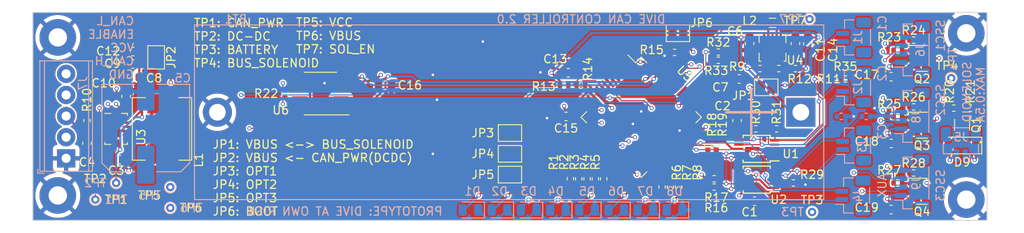
<source format=kicad_pcb>
(kicad_pcb (version 20221018) (generator pcbnew)
  (layers (0 "F.Cu" signal) (1 "In1.Cu" signal) (2 "In2.Cu" signal) (31 "B.Cu" signal) (34 "B.Paste" user) (35 "F.Paste" user) (36 "B.SilkS" user "B.Silkscreen") (37 "F.SilkS" user "F.Silkscreen") (38 "B.Mask" user) (39 "F.Mask" user) (44 "Edge.Cuts" user))
  (net 0 "")
  (net 1 "/BUS_SOLENOID")
  (net 2 "/SSC1_RX")
  (net 3 "/SSC1_TX")
  (net 4 "/SSC2_TX")
  (net 5 "/SSC2_RX")
  (net 6 "/SSC3_TX")
  (net 7 "/SSC3_RX")
  (net 8 "GNDREF")
  (net 9 "VCC")
  (net 10 "/CAN_PWR")
  (net 11 "/~{CAN_EN}")
  (net 12 "VBUS")
  (net 13 "/CAN Power Converter/OUT_BOOST")
  (net 14 "Net-(JP3-A)")
  (net 15 "Net-(JP4-A)")
  (net 16 "Net-(JP5-A)")
  (net 17 "Net-(D4-A)")
  (net 18 "/SDA")
  (net 19 "/SCL")
  (net 20 "/SSC1_EN")
  (net 21 "/SSC2_EN")
  (net 22 "/SSC3_EN")
  (net 23 "/SOLENOID")
  (net 24 "/BOOT")
  (net 25 "/ALRT_ADC1")
  (net 26 "/ALRT_ADC2")
  (net 27 "Net-(D7-A)")
  (net 28 "/LED_0")
  (net 29 "Net-(D1-A)")
  (net 30 "/LED_1")
  (net 31 "Net-(D2-A)")
  (net 32 "/LED_2")
  (net 33 "/LED_3")
  (net 34 "Net-(D5-A)")
  (net 35 "/LED_4")
  (net 36 "Net-(D6-A)")
  (net 37 "/LED_5")
  (net 38 "Net-(D8-A)")
  (net 39 "/LED_6")
  (net 40 "Net-(D3-A)")
  (net 41 "Net-(D9-A)")
  (net 42 "/LED_7")
  (net 43 "/CAN_SHDN")
  (net 44 "/CAN_SILENT")
  (net 45 "/PWR_RDY")
  (net 46 "Net-(J7-Pin_2)")
  (net 47 "/CONVERTER_EN")
  (net 48 "Net-(J1-Pin_1)")
  (net 49 "Net-(Q1-G)")
  (net 50 "Net-(J1-Pin_2)")
  (net 51 "Net-(J2-Pin_1)")
  (net 52 "Net-(J2-Pin_2)")
  (net 53 "Net-(U3-CAP)")
  (net 54 "Net-(U4-PS{slash}SYNC)")
  (net 55 "Net-(U5-NRST)")
  (net 56 "Net-(J6-Pin_1)")
  (net 57 "Net-(J8-Pin_1)")
  (net 58 "Net-(J9-Pin_1)")
  (net 59 "Net-(J3-Pin_1)")
  (net 60 "Net-(J3-Pin_2)")
  (net 61 "Net-(J4-Pin_1)")
  (net 62 "Net-(J4-Pin_2)")
  (net 63 "Net-(J7-Pin_5)")
  (net 64 "Net-(U3-LX2)")
  (net 65 "Net-(U3-LX1)")
  (net 66 "Net-(U4-L2)")
  (net 67 "Net-(U4-L1)")
  (net 68 "Net-(Q2-G)")
  (net 69 "Net-(Q3-G)")
  (net 70 "Net-(Q4-G)")
  (net 71 "Net-(U3-START)")
  (net 72 "Net-(U4-FB)")
  (net 73 "Net-(U5-PC0)")
  (net 75 "Net-(U5-PB8)")
  (net 76 "Net-(U5-PB9)")
  (net 77 "/BATTERY")
  (net 78 "Net-(U5-PC3)")
  (footprint "Resistor_SMD:R_0402_1005Metric" (layer "F.Cu") (at 145 92 90)
    (fp_text reference "R3")
    (fp_text value "200")
  )
  (footprint "Resistor_SMD:R_0402_1005Metric" (layer "F.Cu") (at 159.5 88 -90)
    (fp_text reference "R18")
    (fp_text value "10k")
  )
  (footprint "Inductor_SMD:L_0805_2012Metric" (layer "F.Cu") (at 167.25 73.25 180)
    (fp_text reference "L2")
    (fp_text value "2.2u")
  )
  (footprint "Capacitor_SMD:C_0603_1608Metric" (layer "F.Cu") (at 90.5 76.7)
    (fp_text reference "C12")
    (fp_text value "10u")
  )
  (footprint "Resistor_SMD:R_0402_1005Metric" (layer "F.Cu") (at 155.5 76.8 180)
    (fp_text reference "R15")
    (fp_text value "10k")
  )
  (footprint "Jumper:SolderJumper-2_P1.3mm_Open_Pad1.0x1.5mm" (layer "F.Cu") (at 135.75 91.5 180)
    (fp_text reference "JP5")
    (fp_text value "~")
  )
  (footprint "Jumper:SolderJumper-2_P1.3mm_Open_Pad1.0x1.5mm" (layer "F.Cu") (at 93.3 77.4 -90)
    (fp_text reference "JP2")
    (fp_text value "~")
  )
  (footprint "Resistor_SMD:R_0402_1005Metric" (layer "F.Cu") (at 154 92.99 90)
    (fp_text reference "R6")
    (fp_text value "200")
  )
  (footprint "Resistor_SMD:R_0402_1005Metric" (layer "F.Cu") (at 184.1875 83.35)
    (fp_text reference "R26")
    (fp_text value "10k")
  )
  (footprint "Package_TO_SOT_SMD:SOT-523" (layer "F.Cu") (at 190 85.5 -90)
    (fp_text reference "Q1")
    (fp_text value "DMG1012T")
  )
  (footprint "Capacitor_SMD:C_0603_1608Metric" (layer "F.Cu") (at 90.5 78.2)
    (fp_text reference "C9")
    (fp_text value "10u")
  )
  (footprint "Resistor_SMD:R_0402_1005Metric" (layer "F.Cu") (at 143 91.99 90)
    (fp_text reference "R1")
    (fp_text value "200")
  )
  (footprint "Capacitor_SMD:C_0603_1608Metric" (layer "F.Cu") (at 90.5 79.8)
    (fp_text reference "C8")
    (fp_text value "10u")
  )
  (footprint "Resistor_SMD:R_0402_1005Metric" (layer "F.Cu") (at 176 80)
    (fp_text reference "R35")
    (fp_text value "200")
  )
  (footprint "Resistor_SMD:R_0402_1005Metric" (layer "F.Cu") (at 160.5 87.99 -90)
    (fp_text reference "R19")
    (fp_text value "10k")
  )
  (footprint "Capacitor_SMD:C_0603_1608Metric" (layer "F.Cu") (at 181.4875 79.725 180)
    (fp_text reference "C17")
    (fp_text value "100n")
  )
  (footprint "Resistor_SMD:R_0402_1005Metric" (layer "F.Cu") (at 170 78.75 180)
    (fp_text reference "R11")
    (fp_text value "1M")
  )
  (footprint "Capacitor_SMD:C_0603_1608Metric" (layer "F.Cu") (at 163 85 90)
    (fp_text reference "C2")
    (fp_text value "100n")
  )
  (footprint "Capacitor_SMD:C_0603_1608Metric" (layer "F.Cu") (at 164.5 75.75 90)
    (fp_text reference "C6")
    (fp_text value "10u")
  )
  (footprint "Resistor_SMD:R_0402_1005Metric" (layer "F.Cu") (at 156 93 90)
    (fp_text reference "R8")
    (fp_text value "200")
  )
  (footprint "Capacitor_SMD:C_0603_1608Metric" (layer "F.Cu") (at 142.75 79.25)
    (fp_text reference "C13")
    (fp_text value "100n")
  )
  (footprint "Resistor_SMD:R_0402_1005Metric" (layer "F.Cu") (at 168 78.75 180)
    (fp_text reference "R12")
    (fp_text value "178k")
  )
  (footprint "Capacitor_SMD:C_0603_1608Metric" (layer "F.Cu") (at 163.25 80)
    (fp_text reference "C7")
    (fp_text value "100n")
  )
  (footprint "Resistor_SMD:R_0402_1005Metric" (layer "F.Cu") (at 144.25 80.75 180)
    (fp_text reference "R14")
    (fp_text value "10k")
  )
  (footprint "Jumper:SolderJumper-2_P1.3mm_Open_Pad1.0x1.5mm" (layer "F.Cu") (at 135.75 89 180)
    (fp_text reference "JP4")
    (fp_text value "~")
  )
  (footprint "Inductor_SMD:L_Sunlord_MWSA0604S" (layer "F.Cu") (at 94 86 90)
    (fp_text reference "L1")
    (fp_text value "15u")
  )
  (footprint "Resistor_SMD:R_0402_1005Metric" (layer "F.Cu") (at 182.2875 76.525 180)
    (fp_text reference "R23")
    (fp_text value "200")
  )
  (footprint "Resistor_SMD:R_0402_1005Metric" (layer "F.Cu") (at 165.25 86)
    (fp_text reference "R30")
    (fp_text value "10k")
  )
  (footprint "Capacitor_SMD:C_0603_1608Metric" (layer "F.Cu") (at 89.7 82.1 90)
    (fp_text reference "C10")
    (fp_text value "1u")
  )
  (footprint "Resistor_SMD:R_0402_1005Metric" (layer "F.Cu") (at 160.75 76.76)
    (fp_text reference "R32")
    (fp_text value "10k")
  )
  (footprint "Resistor_SMD:R_0402_1005Metric" (layer "F.Cu") (at 155 93 90)
    (fp_text reference "R7")
    (fp_text value "200")
  )
  (footprint "Capacitor_SMD:C_0603_1608Metric" (layer "F.Cu") (at 181.4875 87.75 180)
    (fp_text reference "C18")
    (fp_text value "100n")
  )
  (footprint "Resistor_SMD:R_0402_1005Metric" (layer "F.Cu") (at 108.75 81.75 90)
    (fp_text reference "R22")
    (fp_text value "560")
  )
  (footprint "Package_SO:SOIC-8_3.9x4.9mm_P1.27mm" (layer "F.Cu") (at 113 81.75 180)
    (fp_text reference "U6")
    (fp_text value "TCAN33X")
  )
  (footprint "Resistor_SMD:R_0402_1005Metric" (layer "F.Cu") (at 189 83.5 180)
    (fp_text reference "R20")
    (fp_text value "200")
  )
  (footprint "Capacitor_SMD:C_0603_1608Metric" (layer "F.Cu") (at 85 87.725 -90)
    (fp_text reference "C4")
    (fp_text value "100n")
  )
  (footprint "Capacitor_SMD:C_0603_1608Metric" (layer "F.Cu") (at 171.5 75.75 -90)
    (fp_text reference "C14")
    (fp_text value "10u")
  )
  (footprint "Capacitor_SMD:C_0603_1608Metric" (layer "F.Cu") (at 142.475 84.5 180)
    (fp_text reference "C15")
    (fp_text value "100n")
  )
  (footprint "Capacitor_SMD:C_0603_1608Metric" (layer "F.Cu") (at 170 75.75 -90)
    (fp_text reference "C11")
    (fp_text value "10u")
  )
  (footprint "Resistor_SMD:R_0402_1005Metric" (layer "F.Cu") (at 167.75 86)
    (fp_text reference "R31")
    (fp_text value "10k")
  )
  (footprint "Resistor_SMD:R_0402_1005Metric" (layer "F.Cu") (at 165.75 78.75)
    (fp_text reference "R9")
    (fp_text value "10K")
  )
  (footprint "MountingHole:MountingHole_2.2mm_M2_Pad" (layer "F.Cu") (at 190.5 94.5)
    (fp_text reference "H3" hide)
    (fp_text value "MountingHole_Pad")
  )
  (footprint "Resistor_SMD:R_0402_1005Metric" (layer "F.Cu") (at 160.75 77.75)
    (fp_text reference "R33")
    (fp_text value "10k")
  )
  (footprint "MountingHole:MountingHole_2.2mm_M2_Pad" (layer "F.Cu") (at 81.5 94)
    (fp_text reference "H4" hide)
    (fp_text value "MountingHole_Pad")
  )
  (footprint "Resistor_SMD:R_0402_1005Metric" (layer "F.Cu") (at 146 92 90)
    (fp_text reference "R4")
    (fp_text value "200")
  )
  (footprint "TestPoint:TestPoint_THTPad_D1.0mm_Drill0.5mm" (layer "F.Cu") (at 172 96)
    (fp_text reference "TP3")
    (fp_text value "BATTERY")
  )
  (footprint "Resistor_SMD:R_0402_1005Metric" (layer "F.Cu") (at 184.1875 75.325)
    (fp_text reference "R24")
    (fp_text value "10k")
  )
  (footprint "Capacitor_SMD:C_0603_1608Metric" (layer "F.Cu") (at 88.9 89.7 180)
    (fp_text reference "C3")
    (fp_text value "100n")
  )
  (footprint "MountingHole:MountingHole_2.2mm_M2_Pad" (layer "F.Cu") (at 81.5 75)
    (fp_text reference "H1" hide)
    (fp_text value "MountingHole_Pad")
  )
  (footprint "Resistor_SMD:R_0402_1005Metric" (layer "F.Cu") (at 182.2875 84.55 180)
    (fp_text reference "R25")
    (fp_text value "200")
  )
  (footprint "Capacitor_SMD:C_0603_1608Metric" (layer "F.Cu") (at 181.4875 95.7 180)
    (fp_text reference "C19")
    (fp_text value "100n")
  )
  (footprint "Jumper:SolderJumper-2_P1.3mm_Open_Pad1.0x1.5mm" (layer "F.Cu") (at 135.75 86.5 180)
    (fp_text reference "JP3")
    (fp_text value "~")
  )
  (footprint "Package_TO_SOT_SMD:SOT-23" (layer "F.Cu") (at 185.1875 77.525)
    (fp_text reference "Q2")
    (fp_text value "2N7002H")
  )
  (footprint "Resistor_SMD:R_0402_1005Metric" (layer "F.Cu") (at 144 92 90)
    (fp_text reference "R2")
    (fp_text value "200")
  )
  (footprint "Resistor_SMD:R_0402_1005Metric" (layer "F.Cu") (at 182.2875 92.5 180)
    (fp_text reference "R27")
    (fp_text value "200")
  )
  (footprint "Resistor_SMD:R_0402_1005Metric" (layer "F.Cu") (at 184.1875 91.3)
    (fp_text reference "R28")
    (fp_text value "10k")
  )
  (footprint "Resistor_SMD:R_0402_1005Metric" (layer "F.Cu") (at 85 85 90)
    (fp_text reference "R10")
    (fp_text value "10k")
  )
  (footprint "Jumper:SolderJumper-2_P1.3mm_Open_Pad1.0x1.5mm" (layer "F.Cu") (at 155.9 74.5)
    (fp_text reference "JP6")
    (fp_text value "~")
  )
  (footprint "Resistor_SMD:R_0402_1005Metric" (layer "F.Cu") (at 160.25 92.99)
    (fp_text reference "R16")
    (fp_text value "10k")
  )
  (footprint "Package_SO:TSSOP-10_3x3mm_P0.5mm" (layer "F.Cu") (at 165.35 88.4 180)
    (fp_text reference "U1")
    (fp_text value "ADS1115IDGS")
  )
  (footprint "Capacitor_SMD:C_0603_1608Metric" (layer "F.Cu") (at 165.1 94.7)
    (fp_text reference "C1")
    (fp_text value "100n")
  )
  (footprint "Package_TO_SOT_SMD:SOT-23" (layer "F.Cu") (at 185.1875 85.55)
    (fp_text reference "Q3")
    (fp_text value "2N7002H")
  )
  (footprint "Jumper:SolderJumper-2_P1.3mm_Open_Pad1.0x1.5mm" (layer "F.Cu") (at 166.5 81 180)
    (fp_text reference "JP1")
    (fp_text value "~")
  )
  (footprint "Resistor_SMD:R_0402_1005Metric" (layer "F.Cu") (at 142.25 80.75 180)
    (fp_text reference "R13")
    (fp_text value "10k")
  )
  (footprint "Package_SO:TSSOP-10_3x3mm_P0.5mm" (layer "F.Cu") (at 165.35 92.1 180)
    (fp_text reference "U2")
    (fp_text value "ADS1115IDGS")
  )
  (footprint "Package_QFP:LQFP-64_10x10mm_P0.5mm" (layer "F.Cu") (at 151.5 84.6 -45)
    (fp_text reference "U5")
    (fp_text value "STM32L431RCTx")
  )
  (footprint "MountingHole:MountingHole_2.2mm_M2_Pad" (layer "F.Cu") (at 190.5 74.5)
    (fp_text reference "H2" hide)
    (fp_text value "MountingHole_Pad")
  )
  (footprint "Capacitor_SMD:C_0603_1608Metric" (layer "F.Cu") (at 120.75 80.75)
    (fp_text reference "C16")
    (fp_text value "100n")
  )
  (footprint "Package_DFN_QFN:DHVQFN-16-1EP_2.5x3.5mm_P0.5mm_EP1x2mm" (layer "F.Cu") (at 88.5 86)
    (fp_text reference "U3")
    (fp_text value "NBM7100A")
  )
  (footprint "Diode_SMD:D_SOD-123" (layer "F.Cu") (at 190 88 180)
    (fp_text reference "D9")
    (fp_text value "MBR0520")
  )
  (footprint "Package_SON:Texas_DRC0010J" (layer "F.Cu") (at 167.25 76.25 -90)
    (fp_text reference "U4")
    (fp_text value "TPS63000")
  )
  (footprint "Package_TO_SOT_SMD:SOT-23" (layer "F.Cu") (at 185.1875 93.5)
    (fp_text reference "Q4")
    (fp_text value "2N7002H")
  )
  (footprint "Resistor_SMD:R_0402_1005Metric" (layer "F.Cu") (at 191 83.5)
    (fp_text reference "R21")
    (fp_text value "10k")
  )
  (footprint "Resistor_SMD:R_0402_1005Metric" (layer "F.Cu") (at 169.75 92.5)
    (fp_text reference "R29")
    (fp_text value "10k")
  )
  (footprint "Resistor_SMD:R_0402_1005Metric" (layer "F.Cu") (at 147 92 90)
    (fp_text reference "R5")
    (fp_text value "200")
  )
  (footprint "Resistor_SMD:R_0402_1005Metric" (layer "F.Cu") (at 160.25 92)
    (fp_text reference "R17")
    (fp_text value "10k")
  )
  (footprint "TestPoint:TestPoint_THTPad_D1.0mm_Drill0.5mm" (layer "B.Cu") (at 188.7 79.9 180)
    (fp_text reference "TP4")
    (fp_text value "BUS_SOLENOID")
  )
  (footprint "Connector_JST:JST_SH_BM02B-SRSS-TB_1x02-1MP_P1.00mm_Vertical" (layer "B.Cu") (at 176.894277 94 90)
    (fp_text reference "J4")
    (fp_text value "AUX")
  )
  (footprint "TestPoint:TestPoint_THTPad_D1.0mm_Drill0.5mm" (layer "B.Cu") (at 95 95.5 -90)
    (fp_text reference "TP6")
    (fp_text value "VBUS")
  )
  (footprint "LED_SMD:LED_0805_2012Metric" (layer "B.Cu") (at 131 95.75 180)
    (fp_text reference "D1")
    (fp_text value "LED")
  )
  (footprint "LED_SMD:LED_0805_2012Metric" (layer "B.Cu") (at 138 95.75 180)
    (fp_text reference "D3")
    (fp_text value "LED")
  )
  (footprint "Resistor_SMD:R_0402_1005Metric" (layer "B.Cu") (at 178.49 84.5)
    (fp_text reference "R36" hide)
    (fp_text value "200")
  )
  (footprint "Connector_JST:JST_SH_BM04B-SRSS-TB_1x04-1MP_P1.00mm_Vertical" (layer "B.Cu") (at 184.025 76.5 90)
    (fp_text reference "J6")
    (fp_text value "SSC1")
  )
  (footprint "LED_SMD:LED_0805_2012Metric" (layer "B.Cu") (at 155.5 95.75 180)
    (fp_text reference "D8")
    (fp_text value "LED")
  )
  (footprint "Connector_JST:JST_SH_BM02B-SRSS-TB_1x02-1MP_P1.00mm_Vertical" (layer "B.Cu") (at 177 88 90)
    (fp_text reference "J3")
    (fp_text value "C3")
  )
  (footprint "TestPoint:TestPoint_THTPad_D1.0mm_Drill0.5mm" (layer "B.Cu") (at 86 94.5 -90)
    (fp_text reference "TP1")
    (fp_text value "CAN_PWR")
  )
  (footprint "Capacitor_SMD:C_Elec_10x10.2" (layer "B.Cu") (at 92.05 85.9 90)
    (fp_text reference "C5")
    (fp_text value "470u")
  )
  (footprint "TestPoint:TestPoint_THTPad_D1.0mm_Drill0.5mm" (layer "B.Cu") (at 88.5 92.5 90)
    (fp_text reference "TP2")
    (fp_text value "DCDC")
  )
  (footprint "TestPoint:TestPoint_THTPad_D1.0mm_Drill0.5mm" (layer "B.Cu") (at 95 93 -135)
    (fp_text reference "TP5")
    (fp_text value "VCC")
  )
  (footprint "Connector_JST:JST_SH_BM04B-SRSS-TB_1x04-1MP_P1.00mm_Vertical" (layer "B.Cu") (at 184 84.5 90)
    (fp_text reference "J8")
    (fp_text value "SSC1")
  )
  (footprint "Library:BatteryHolder_MPD_BH-18650-PC2" (layer "B.Cu") (at 135.65 84 180)
    (fp_text reference "BT1")
    (fp_text value "Battery_Cell")
  )
  (footprint "Connector_JST:JST_SH_BM02B-SRSS-TB_1x02-1MP_P1.00mm_Vertical" (layer "B.Cu") (at 177 75 90)
    (fp_text reference "J1")
    (fp_text value "C1")
  )
  (footprint "LED_SMD:LED_0805_2012Metric" (layer "B.Cu") (at 141.5 95.75 180)
    (fp_text reference "D4")
    (fp_text value "LED")
  )
  (footprint "Resistor_SMD:R_0402_1005Metric" (layer "B.Cu") (at 175.5 84.5)
    (fp_text reference "R34" hide)
    (fp_text value "200")
  )
  (footprint "TestPoint:TestPoint_THTPad_D1.0mm_Drill0.5mm" (layer "B.Cu") (at 171.7 72.8 180)
    (fp_text reference "TP7")
    (fp_text value "SOL_EN")
  )
  (footprint "Connector_JST:JST_SH_BM04B-SRSS-TB_1x04-1MP_P1.00mm_Vertical" (layer "B.Cu") (at 184 92.5 90)
    (fp_text reference "J9")
    (fp_text value "SSC1")
  )
  (footprint "LED_SMD:LED_0805_2012Metric" (layer "B.Cu") (at 145 95.75 180)
    (fp_text reference "D5")
    (fp_text value "LED")
  )
  (footprint "Connector_JST:JST_SH_BM02B-SRSS-TB_1x02-1MP_P1.00mm_Vertical" (layer "B.Cu") (at 189.85 87.875 180)
    (fp_text reference "J5")
    (fp_text value "Solenoid")
  )
  (footprint "LED_SMD:LED_0805_2012Metric" (layer "B.Cu") (at 148.5 95.75 180)
    (fp_text reference "D6")
    (fp_text value "LED")
  )
  (footprint "LED_SMD:LED_0805_2012Metric" (layer "B.Cu") (at 152 95.75 180)
    (fp_text reference "D7")
    (fp_text value "LED")
  )
  (footprint "LED_SMD:LED_0805_2012Metric" (layer "B.Cu") (at 134.5 95.75 180)
    (fp_text reference "D2")
    (fp_text value "LED")
  )
  (footprint "Connector_JST:JST_SH_BM02B-SRSS-TB_1x02-1MP_P1.00mm_Vertical" (layer "B.Cu") (at 177 81 90)
    (fp_text reference "J2")
    (fp_text value "C2")
  )
  (footprint "TerminalBlock_Phoenix:TerminalBlock_Phoenix_MPT-0,5-5-2.54_1x05_P2.54mm_Horizontal" (layer "B.Cu") (at 82.5 89.54 90)
    (fp_text reference "J7")
    (fp_text value "CAN")
  )
  (gr_line (start 161.7 84) (end 167.7 84) (stroke (width 0.3)) (layer "B.SilkS"))
  (gr_line (start 164.7 81.15) (end 164.7 86.85) (stroke (width 0.3)) (layer "B.SilkS"))
  (gr_line (start 193 72) (end 193 97) (stroke (width 0.1)) (layer "Edge.Cuts"))
  (gr_line (start 78.5 97) (end 78.5 72) (stroke (width 0.1)) (layer "Edge.Cuts"))
  (gr_line (start 78.5 72) (end 193 72) (stroke (width 0.1)) (layer "Edge.Cuts"))
  (gr_line (start 193 97) (end 78.5 97) (stroke (width 0.1)) (layer "Edge.Cuts"))
  (gr_text "SSC2\n" (at 188 80.5 90) (layer "B.SilkS") (effects (font (size 1 1)) (justify left bottom mirror)))
  (gr_text "CAN_L\nENABLE\nVCC\nCAN_H\nGND\n" (at 90.75 80.05) (layer "B.SilkS") (effects (font (size 1 1)) (justify left bottom mirror)))
  (gr_text "SSC3\n" (at 188 90.75 90) (layer "B.SilkS") (effects (font (size 1 1)) (justify left bottom mirror)))
  (gr_text "C2" (at 181 78.25 90) (layer "B.SilkS") (effects (font (size 1 1)) (justify left bottom mirror)))
  (gr_text "TP3" (at 169.65 96) (layer "B.SilkS") (effects (font (size 1 1)) (justify mirror)))
  (gr_text "C3\n" (at 181 85.25 90) (layer "B.SilkS") (effects (font (size 1 1)) (justify left bottom mirror)))
  (gr_text "SOLENOID\nMAX:0.5A" (at 192.8 85.3 90) (layer "B.SilkS") (effects (font (size 1 1)) (justify right bottom mirror)))
  (gr_text "SSC1" (at 188 72.75 90) (layer "B.SilkS") (effects (font (size 1 1)) (justify left bottom mirror)))
  (gr_text "C1" (at 181 72.25 90) (layer "B.SilkS") (effects (font (size 1 1)) (justify left bottom mirror)))
  (gr_text "AUX\n" (at 181 91.25 90) (layer "B.SilkS") (effects (font (size 1 1)) (justify left bottom mirror)))
  (gr_text "DIVE CAN CONTROLLER 2.0\n" (at 154.5 73.4) (layer "B.SilkS") (effects (font (size 1 1)) (justify left bottom mirror)))
  (gr_text "PROTOTYPE: DIVE AT OWN RISK" (at 127.75 96.5) (layer "B.SilkS") (effects (font (size 1 1)) (justify left bottom mirror)))
  (gr_text "TP2" (at 86 92) (layer "F.SilkS") (effects (font (size 1 1))))
  (gr_text "TP1" (at 88.5 94.5) (layer "F.SilkS") (effects (font (size 1 1))))
  (gr_text "TP5: VCC\nTP6: VBUS\nTP7: SOL_EN" (at 110 77) (layer "F.SilkS") (effects (font (size 1 1)) (justify left bottom)))
  (gr_text "TP6" (at 97.5 95.5) (layer "F.SilkS") (effects (font (size 1 1))))
  (gr_text "TP4" (at 188.2 78.4) (layer "F.SilkS") (effects (font (size 1 1))))
  (gr_text "TP7" (at 169.95 73) (layer "F.SilkS") (effects (font (size 1 1))))
  (gr_text "TP5" (at 92.5 94) (layer "F.SilkS") (effects (font (size 1 1))))
  (gr_text "TP1: CAN_PWR  \nTP2: DC-DC    \nTP3: BATTERY   \nTP4: BUS_SOLENOID \n\n\n\n" (at 97.75 83.5) (layer "F.SilkS") (effects (font (size 1 1)) (justify left bottom)))
  (gr_text "JP1: VBUS <-> BUS_SOLENOID\nJP2: VBUS <- CAN_PWR(DCDC)\nJP3: OPT1\nJP4: OPT2\nJP5: OPT3\nJP6: BOOT" (at 100 96.5) (layer "F.SilkS") (effects (font (size 1 1)) (justify left bottom)))
  (segment (start 168.75 80.75) (end 167.4 80.75) (width 0.254) (layer "F.Cu") (net 1))
  (segment (start 168.375 74.975) (end 168.25 74.85) (width 0.254) (layer "F.Cu") (net 1))
  (segment (start 171.5 74.975) (end 170 74.975) (width 0.254) (layer "F.Cu") (net 1))
  (segment (start 191.65 89.6) (end 191.5 89.75) (width 0.254) (layer "F.Cu") (net 1))
  (segment (start 191.65 88) (end 191.65 89.6) (width 0.254) (layer "F.Cu") (net 1))
  (segment (start 172.75 75) (end 171.525 75) (width 0.254) (layer "F.Cu") (net 1))
  (segment (start 170.51 78.75) (end 171.25 78.75) (width 0.254) (layer "F.Cu") (net 1))
  (segment (start 170 74.975) (end 168.375 74.975) (width 0.254) (layer "F.Cu") (net 1))
  (segment (start 141.74 80.24) (end 140.75 79.25) (width 0.254) (layer "F.Cu") (net 1))
  (segment (start 141.74 80.75) (end 141.74 80.24) (width 0.254) (layer "F.Cu") (net 1))
  (via (at 168.75 80.75) (size 0.5) (drill 0.3) (layers "F.Cu" "B.Cu") (net 1))
  (via (at 191.5 89.75) (size 0.5) (drill 0.3) (layers "F.Cu" "B.Cu") (net 1))
  (via (at 172.75 75) (size 0.5) (drill 0.3) (layers "F.Cu" "B.Cu") (net 1))
  (via (at 140.75 79.25) (size 0.5) (drill 0.3) (layers "F.Cu" "B.Cu") (net 1))
  (via (at 171.25 78.75) (size 0.5) (drill 0.3) (layers "F.Cu" "B.Cu") (net 1))
  (segment (start 169.25 80.75) (end 168.75 80.75) (width 0.254) (layer "B.Cu") (net 1))
  (segment (start 190.95 89.2) (end 191.5 89.75) (width 0.254) (layer "B.Cu") (net 1))
  (segment (start 171.25 76.5) (end 171.25 78.75) (width 0.254) (layer "B.Cu") (net 1))
  (segment (start 145.527 74.473) (end 172.223 74.473) (width 0.254) (layer "B.Cu") (net 1))
  (segment (start 172.75 75) (end 171.25 76.5) (width 0.254) (layer "B.Cu") (net 1))
  (segment (start 171.25 78.75) (end 169.25 80.75) (width 0.254) (layer "B.Cu") (net 1))
  (segment (start 190.35 89.2) (end 190.95 89.2) (width 0.254) (layer "B.Cu") (net 1))
  (segment (start 140.75 79.25) (end 145.527 74.473) (width 0.254) (layer "B.Cu") (net 1))
  (segment (start 172.223 74.473) (end 172.75 75) (width 0.254) (layer "B.Cu") (net 1))
  (segment (start 157.5 78.25) (end 156.082234 78.25) (width 0.127) (layer "F.Cu") (net 2))
  (segment (start 156.082234 78.25) (end 154.628948 79.703286) (width 0.127) (layer "F.Cu") (net 2))
  (via (at 180.5 76.725) (size 0.5) (drill 0.3) (layers "F.Cu" "B.Cu") (net 2))
  (via (at 157.5 78.25) (size 0.5) (drill 0.3) (layers "F.Cu" "B.Cu") (net 2))
  (segment (start 182.7 77) (end 180.775 77) (width 0.127) (layer "B.Cu") (net 2))
  (segment (start 180.775 77) (end 180.5 76.725) (width 0.127) (layer "B.Cu") (net 2))
  (segment (start 158.2865 78.7135) (end 156.32584 78.7135) (width 0.127) (layer "F.Cu") (net 3))
  (segment (start 156.32584 78.7135) (end 154.982501 80.056839) (width 0.127) (layer "F.Cu") (net 3))
  (segment (start 158.5 78.5) (end 158.2865 78.7135) (width 0.127) (layer "F.Cu") (net 3))
  (via (at 158.5 78.5) (size 0.5) (drill 0.3) (layers "F.Cu" "B.Cu") (net 3))
  (via (at 180.75 75.725) (size 0.5) (drill 0.3) (layers "F.Cu" "B.Cu") (net 3))
  (segment (start 181.025 76) (end 180.75 75.725) (width 0.127) (layer "B.Cu") (net 3))
  (segment (start 182.7 76) (end 181.025 76) (width 0.127) (layer "B.Cu") (net 3))
  (segment (start 145.5467 85.25) (end 146.75 85.25) (width 0.127) (layer "F.Cu") (net 4))
  (segment (start 144.835519 85.961181) (end 145.5467 85.25) (width 0.127) (layer "F.Cu") (net 4))
  (via (at 146.75 85.25) (size 0.5) (drill 0.3) (layers "F.Cu" "B.Cu") (net 4))
  (via (at 180.5 83.75) (size 0.5) (drill 0.3) (layers "F.Cu" "B.Cu") (net 4))
  (segment (start 180.75 84) (end 182.675 84) (width 0.127) (layer "B.Cu") (net 4))
  (segment (start 180.5 83.75) (end 180.75 84) (width 0.127) (layer "B.Cu") (net 4))
  (segment (start 144.835519 83.238819) (end 145.3467 83.75) (width 0.127) (layer "F.Cu") (net 5))
  (segment (start 145.3467 83.75) (end 146.75 83.75) (width 0.127) (layer "F.Cu") (net 5))
  (via (at 146.75 83.75) (size 0.5) (drill 0.3) (layers "F.Cu" "B.Cu") (net 5))
  (via (at 180.25 85) (size 0.5) (drill 0.3) (layers "F.Cu" "B.Cu") (net 5))
  (segment (start 180.25 85) (end 182.675 85) (width 0.127) (layer "B.Cu") (net 5))
  (segment (start 181.975 85) (end 182.125 85.15) (width 0.127) (layer "B.Cu") (net 5))
  (segment (start 148.453554 88) (end 149.25 88) (width 0.127) (layer "F.Cu") (net 6))
  (segment (start 147.663946 88.789608) (end 148.453554 88) (width 0.127) (layer "F.Cu") (net 6))
  (via (at 177 91.25) (size 0.5) (drill 0.3) (layers "F.Cu" "B.Cu") (net 6))
  (via (at 149.25 88) (size 0.5) (drill 0.3) (layers "F.Cu" "B.Cu") (net 6))
  (segment (start 179.517238 92) (end 178.767238 91.25) (width 0.127) (layer "B.Cu") (net 6))
  (segment (start 178.767238 91.25) (end 177 91.25) (width 0.127) (layer "B.Cu") (net 6))
  (segment (start 182.675 92) (end 179.517238 92) (width 0.127) (layer "B.Cu") (net 6))
  (segment (start 147.310392 88.436054) (end 148.246446 87.5) (width 0.127) (layer "F.Cu") (net 7))
  (segment (start 148.246446 87.5) (end 150 87.5) (width 0.127) (layer "F.Cu") (net 7))
  (via (at 178 93.5) (size 0.5) (drill 0.3) (layers "F.Cu" "B.Cu") (net 7))
  (via (at 150 87.5) (size 0.5) (drill 0.3) (layers "F.Cu" "B.Cu") (net 7))
  (segment (start 182.125 93.1) (end 182.025 93) (width 0.127) (layer "B.Cu") (net 7))
  (segment (start 182.175 93.5) (end 182.675 93) (width 0.127) (layer "B.Cu") (net 7))
  (segment (start 178 93.5) (end 182.175 93.5) (width 0.127) (layer "B.Cu") (net 7))
  (segment (start 167.75 78.49) (end 167.75 77.65) (width 0.254) (layer "F.Cu") (net 8))
  (segment (start 147.460892 82.9) (end 148.9 82.9) (width 0.254) (layer "F.Cu") (net 8))
  (segment (start 150.108721 85.791279) (end 150.5 85.4) (width 0.254) (layer "F.Cu") (net 8))
  (segment (start 146.249732 81.824606) (end 146.385498 81.824606) (width 0.254) (layer "F.Cu") (net 8))
  (segment (start 141.448 78.723) (end 139.877 78.723) (width 0.254) (layer "F.Cu") (net 8))
  (segment (start 145.712527 85.791279) (end 150.108721 85.791279) (width 0.254) (layer "F.Cu") (net 8))
  (segment (start 149.9 83.9) (end 151.5 83.9) (width 0.254) (layer "F.Cu") (net 8))
  (segment (start 145.175126 80.75) (end 146.249732 81.824606) (width 0.254) (layer "F.Cu") (net 8))
  (segment (start 88.5 86) (end 87.75 86.75) (width 0.254) (layer "F.Cu") (net 8))
  (segment (start 88.5 85.577401) (end 87.672599 84.75) (width 0.254) (layer "F.Cu") (net 8))
  (segment (start 170 76.525) (end 171.5 76.525) (width 0.254) (layer "F.Cu") (net 8))
  (segment (start 139.877 78.723) (end 139.4 79.2) (width 0.254) (layer "F.Cu") (net 8))
  (segment (start 88.75 86.25) (end 89.6875 86.25) (width 0.254) (layer "F.Cu") (net 8))
  (segment (start 168.056 92.1) (end 168.9665 93.0105) (width 0.127) (layer "F.Cu") (net 8))
  (segment (start 87.75 86.75) (end 87.3125 86.75) (width 0.254) (layer "F.Cu") (net 8))
  (segment (start 157.350973 85.854779) (end 156.445221 85.854779) (width 0.127) (layer "F.Cu") (net 8))
  (segment (start 167.75 77.65) (end 167.75 76.75) (width 0.254) (layer "F.Cu") (net 8))
  (segment (start 145.189072 86.314734) (end 145.712527 85.791279) (width 0.254) (layer "F.Cu") (net 8))
  (segment (start 153.214734 78.285266) (end 154.3 77.2) (width 0.254) (layer "F.Cu") (net 8))
  (segment (start 170.8895 93.0105) (end 171.2 92.7) (width 0.127) (layer "F.Cu") (net 8))
  (segment (start 144.76 80.75) (end 145.175126 80.75) (width 0.254) (layer "F.Cu") (net 8))
  (segment (start 140.4 84.5) (end 140.2 84.7) (width 0.254) (layer "F.Cu") (net 8))
  (segment (start 141.7 84.5) (end 140.4 84.5) (width 0.254) (layer "F.Cu") (net 8))
  (segment (start 148.9 82.9) (end 149.9 83.9) (width 0.254) (layer "F.Cu") (net 8))
  (segment (start 141.975 79.25) (end 141.448 78.723) (width 0.254) (layer "F.Cu") (net 8))
  (segment (start 167.25 76.25) (end 164.775 76.25) (width 0.254) (layer "F.Cu") (net 8))
  (segment (start 146.385498 81.824606) (end 147.460892 82.9) (width 0.254) (layer "F.Cu") (net 8))
  (segment (start 136.442 84.7) (end 140.2 84.7) (width 0.254) (layer "F.Cu") (net 8))
  (segment (start 135.1 86.5) (end 135.1 91.5) (width 0.254) (layer "F.Cu") (net 8))
  (segment (start 167.5 92.1) (end 168.056 92.1) (width 0.127) (layer "F.Cu") (net 8))
  (segment (start 88.25 85.75) (end 87.3125 85.75) (width 0.254) (layer "F.Cu") (net 8))
  (segment (start 156.445221 85.854779) (end 156.1 86.2) (width 0.127) (layer "F.Cu") (net 8))
  (segment (start 167.25 74.85) (end 167.25 76.25) (width 0.254) (layer "F.Cu") (net 8))
  (segment (start 167.25 76.25) (end 169.725 76.25) (width 0.254) (layer "F.Cu") (net 8))
  (segment (start 168.9665 93.0105) (end 170.8895 93.0105) (width 0.127) (layer "F.Cu") (net 8))
  (segment (start 87.672599 84.75) (end 87.3125 84.75) (width 0.254) (layer "F.Cu") (net 8))
  (segment (start 135.1 86.042) (end 136.442 84.7) (width 0.254) (layer "F.Cu") (net 8))
  (segment (start 167.49 78.75) (end 167.75 78.49) (width 0.254) (layer "F.Cu") (net 8))
  (via (at 126.5 79.5) (size 0.5) (drill 0.3) (layers "F.Cu" "B.Cu") (net 8))
  (via (at 151.5 83.9) (size 0.5) (drill 0.3) (layers "F.Cu" "B.Cu") (net 8))
  (via (at 154.3 77.2) (size 0.5) (drill 0.3) (layers "F.Cu" "B.Cu") (net 8))
  (via (at 127 82.5) (size 0.5) (drill 0.3) (layers "F.Cu" "B.Cu") (net 8))
  (via (at 179.5 83.5) (size 0.5) (drill 0.3) (layers "F.Cu" "B.Cu") (net 8))
  (via (at 171.2 92.7) (size 0.5) (drill 0.3) (layers "F.Cu" "B.Cu") (net 8))
  (via (at 113.5 80.5) (size 0.5) (drill 0.3) (layers "F.Cu" "B.Cu") (net 8))
  (via (at 156.1 86.2) (size 0.5) (drill 0.3) (layers "F.Cu" "B.Cu") (net 8))
  (via (at 177 84.5) (size 0.5) (drill 0.3) (layers "F.Cu" "B.Cu") (net 8))
  (via (at 150.5 85.4) (size 0.5) (drill 0.3) (layers "F.Cu" "B.Cu") (net 8))
  (via (at 139.4 79.2) (size 0.5) (drill 0.3) (layers "F.Cu" "B.Cu") (net 8))
  (via (at 140.2 84.7) (size 0.5) (drill 0.3) (layers "F.Cu" "B.Cu") (net 8))
  (via (at 126.5 89) (size 0.5) (drill 0.3) (layers "F.Cu" "B.Cu") (net 8))
  (via (at 132.5 75.5) (size 0.5) (drill 0.3) (layers "F.Cu" "B.Cu") (net 8))
  (segment (start 141.627 96.873) (end 140.0605 96.873) (width 0.254) (layer "B.Cu") (net 8))
  (segment (start 143.3915 96.704) (end 142.4375 95.75) (width 0.254) (layer "B.Cu") (net 8))
  (segment (start 138.9375 95.75) (end 137.9835 96.704) (width 0.254) (layer "B.Cu") (net 8))
  (segment (start 142.4375 96.0625) (end 141.627 96.873) (width 0.254) (layer "B.Cu") (net 8))
  (segment (start 150.3915 96.704) (end 151.9835 96.704) (width 0.254) (layer "B.Cu") (net 8))
  (segment (start 91.275 82.225) (end 91.275 81.8) (width 0.254) (layer "B.Cu") (net 8))
  (segment (start 152.9375 95.75) (end 153.8915 96.704) (width 0.254) (layer "B.Cu") (net 8))
  (segment (start 135.4375 95.75) (end 134.4835 96.704) (width 0.254) (layer "B.Cu") (net 8))
  (segment (start 132.8915 96.704) (end 131.9375 95.75) (width 0.254) (layer "B.Cu") (net 8))
  (segment (start 134.4835 96.704) (end 132.8915 96.704) (width 0.254) (layer "B.Cu") (net 8))
  (segment (start 149.4375 95.75) (end 148.4835 96.704) (width 0.254) (layer "B.Cu") (net 8))
  (segment (start 151.9835 96.704) (end 152.9375 95.75) (width 0.254) (layer "B.Cu") (net 8))
  (segment (start 146.8915 96.704) (end 145.9375 95.75) (width 0.254) (layer "B.Cu") (net 8))
  (segment (start 144.9835 96.704) (end 143.3915 96.704) (width 0.254) (layer "B.Cu") (net 8))
  (segment (start 136.3915 96.704) (end 135.4375 95.75) (width 0.254) (layer "B.Cu") (net 8))
  (segment (start 155.4835 96.704) (end 156.4375 95.75) (width 0.254) (layer "B.Cu") (net 8))
  (segment (start 137.9835 96.704) (end 136.3915 96.704) (width 0.254) (layer "B.Cu") (net 8))
  (segment (start 153.8915 96.704) (end 155.4835 96.704) (width 0.254) (layer "B.Cu") (net 8))
  (segment (start 140.0605 96.873) (end 138.9375 95.75) (width 0.254) (layer "B.Cu") (net 8))
  (segment (start 149.4375 95.75) (end 150.3915 96.704) (width 0.254) (layer "B.Cu") (net 8))
  (segment (start 148.4835 96.704) (end 146.8915 96.704) (width 0.254) (layer "B.Cu") (net 8))
  (segment (start 145.9375 95.75) (end 144.9835 96.704) (width 0.254) (layer "B.Cu") (net 8))
  (segment (start 145.372725 81.654705) (end 144.945295 81.654705) (width 0.254) (layer "F.Cu") (net 9))
  (segment (start 142.25 83.25) (end 142.25 83.5) (width 0.254) (layer "F.Cu") (net 9))
  (segment (start 119.25 80.223) (end 118.277 80.223) (width 0.254) (layer "F.Cu") (net 9))
  (segment (start 142.25 83.5) (end 143.25 84.5) (width 0.254) (layer "F.Cu") (net 9))
  (segment (start 164.325 92.421) (end 164.004 92.1) (width 0.254) (layer "F.Cu") (net 9))
  (segment (start 151.4 77.935519) (end 152.861181 77.935519) (width 0.254) (layer "F.Cu") (net 9))
  (segment (start 159.74 92) (end 159.74 92.99) (width 0.254) (layer "F.Cu") (net 9))
  (segment (start 118.277 80.223) (end 117.385 81.115) (width 0.254) (layer "F.Cu") (net 9))
  (segment (start 164.004 92.1) (end 163.2 92.1) (width 0.254) (layer "F.Cu") (net 9))
  (segment (start 89.6875 84.75) (end 89.6875 82.8875) (width 0.254) (layer "F.Cu") (net 9))
  (segment (start 164.325 93.75) (end 163.5 93.75) (width 0.254) (layer "F.Cu") (net 9))
  (segment (start 160.524 87.504) (end 161.5 87.504) (width 0.254) (layer "F.Cu") (net 9))
  (segment (start 162.396 88.4) (end 163.2 88.4) (width 0.254) (layer "F.Cu") (net 9))
  (segment (start 158.164481 85.961181) (end 159.5 87.2967) (width 0.254) (layer "F.Cu") (net 9))
  (segment (start 159.5 87.2967) (end 159.5 87.49) (width 0.254) (layer "F.Cu") (net 9))
  (segment (start 163 86.004) (end 163 85.775) (width 0.254) (layer "F.Cu") (net 9))
  (segment (start 159.25 92) (end 158.75 91.5) (width 0.254) (layer "F.Cu") (net 9))
  (segment (start 150.764481 91.264481) (end 151 91.5) (width 0.254) (layer "F.Cu") (net 9))
  (segment (start 166.696 93.1) (end 165.696 92.1) (width 0.254) (layer "F.Cu") (net 9))
  (segment (start 165.696 92.1) (end 163.2 92.1) (width 0.254) (layer "F.Cu") (net 9))
  (segment (start 157.641026 85.437726) (end 158.164481 85.961181) (width 0.254) (layer "F.Cu") (net 9))
  (segment (start 150.138819 91.264481) (end 150.764481 91.264481) (width 0.254) (layer "F.Cu") (net 9))
  (segment (start 159.038819 85.961181) (end 159.25 85.75) (width 0.254) (layer "F.Cu") (net 9))
  (segment (start 119.975 80.75) (end 119.448 80.223) (width 0.254) (layer "F.Cu") (net 9))
  (segment (start 163.5 93.75) (end 163.25 94) (width 0.254) (layer "F.Cu") (net 9))
  (segment (start 117.385 81.115) (end 115.475 81.115) (width 0.254) (layer "F.Cu") (net 9))
  (segment (start 144.945295 81.654705) (end 143.25 83.35) (width 0.254) (layer "F.Cu") (net 9))
  (segment (start 159.74 92) (end 159.25 92) (width 0.254) (layer "F.Cu") (net 9))
  (segment (start 161.5 87.504) (end 162.396 88.4) (width 0.254) (layer "F.Cu") (net 9))
  (segment (start 164.325 93.75) (end 164.325 92.421) (width 0.254) (layer "F.Cu") (net 9))
  (segment (start 119.448 80.223) (end 119.25 80.223) (width 0.254) (layer "F.Cu") (net 9))
  (segment (start 88.55 81.725) (end 88.55 81.15) (width 0.254) (layer "F.Cu") (net 9))
  (segment (start 156.55 74.5) (end 156.55 75.55) (width 0.254) (layer "F.Cu") (net 9))
  (segment (start 160.5 87.48) (end 160.524 87.504) (width 0.254) (layer "F.Cu") (net 9))
  (segment (start 119.527 80.223) (end 120.25 79.5) (width 0.254) (layer "F.Cu") (net 9))
  (segment (start 164.325 94.7) (end 164.325 93.75) (width 0.254) (layer "F.Cu") (net 9))
  (segment (start 161.5 87.504) (end 163 86.004) (width 0.254) (layer "F.Cu") (net 9))
  (segment (start 119.25 80.223) (end 119.527 80.223) (width 0.254) (layer "F.Cu") (net 9))
  (segment (start 167.5 93.1) (end 166.696 93.1) (width 0.254) (layer "F.Cu") (net 9))
  (segment (start 162.567 88.4) (end 163.25 88.4) (width 0.254) (layer "F.Cu") (net 9))
  (segment (start 144.610854 87.191742) (end 143.25 85.830888) (width 0.254) (layer "F.Cu") (net 9))
  (segment (start 156.55 75.55) (end 157.75 76.75) (width 0.254) (layer "F.Cu") (net 9))
  (segment (start 89.7 82.875) (end 88.55 81.725) (width 0.254) (layer "F.Cu") (net 9))
  (segment (start 150.138819 77.935519) (end 151.4 77.935519) (width 0.254) (layer "F.Cu") (net 9))
  (segment (start 143.25 85.830888) (end 143.25 84.5) (width 0.254) (layer "F.Cu") (net 9))
  (segment (start 158.164481 85.961181) (end 159.038819 85.961181) (width 0.254) (layer "F.Cu") (net 9))
  (segment (start 143.25 83.35) (end 143.25 84.5) (width 0.254) (layer "F.Cu") (net 9))
  (segment (start 159.5 87.49) (end 160.49 87.49) (width 0.254) (layer "F.Cu") (net 9))
  (segment (start 145.896179 82.178159) (end 145.372725 81.654705) (width 0.254) (layer "F.Cu") (net 9))
  (segment (start 145.01917 87.191742) (end 144.610854 87.191742) (width 0.254) (layer "F.Cu") (net 9))
  (segment (start 145.542625 86.668287) (end 145.01917 87.191742) (width 0.254) (layer "F.Cu") (net 9))
  (via (at 151 91.5) (size 0.5) (drill 0.3) (layers "F.Cu" "B.Cu") (net 9))
  (via (at 163.25 94) (size 0.5) (drill 0.3) (layers "F.Cu" "B.Cu") (net 9))
  (via (at 88.55 81.15) (size 0.5) (drill 0.3) (layers "F.Cu" "B.Cu") (net 9))
  (via (at 158.75 91.5) (size 0.5) (drill 0.3) (layers "F.Cu" "B.Cu") (net 9))
  (via (at 120.25 79.5) (size 0.5) (drill 0.3) (layers "F.Cu" "B.Cu") (net 9))
  (via (at 151.4 77.935519) (size 0.5) (drill 0.3) (layers "F.Cu" "B.Cu") (net 9))
  (via (at 157.75 76.75) (size 0.5) (drill 0.3) (layers "F.Cu" "B.Cu") (net 9))
  (via (at 142.25 83.25) (size 0.5) (drill 0.3) (layers "F.Cu" "B.Cu") (net 9))
  (via (at 159.25 85.75) (size 0.5) (drill 0.3) (layers "F.Cu" "B.Cu") (net 9))
  (segment (start 85.3 87.25) (end 87.3125 87.25) (width 0.254) (layer "F.Cu") (net 10))
  (segment (start 86 87.95) (end 86 94.5) (width 0.127) (layer "F.Cu") (net 10))
  (segment (start 85 86.95) (end 86 87.95) (width 0.127) (layer "F.Cu") (net 10))
  (segment (start 85 86.95) (end 85.3 87.25) (width 0.254) (layer "F.Cu") (net 10))
  (segment (start 84.99 86.95) (end 82.5 84.46) (width 0.254) (layer "F.Cu") (net 10))
  (segment (start 85 86.95) (end 84.99 86.95) (width 0.254) (layer "F.Cu") (net 10))
  (segment (start 156.03198 83.25) (end 157.103821 82.178159) (width 0.254) (layer "F.Cu") (net 11))
  (segment (start 156 83.25) (end 156.03198 83.25) (width 0.254) (layer "F.Cu") (net 11))
  (via (at 103.5 81.92) (size 0.5) (drill 0.3) (layers "F.Cu" "B.Cu") (net 11))
  (via (at 156 83.25) (size 0.5) (drill 0.3) (layers "F.Cu" "B.Cu") (net 11))
  (segment (start 146.17 81.92) (end 103.5 81.92) (width 0.127) (layer "B.Cu") (net 11))
  (segment (start 147.0365 82.7865) (end 146.17 81.92) (width 0.127) (layer "B.Cu") (net 11))
  (segment (start 155.5365 82.7865) (end 147.0365 82.7865) (width 0.127) (layer "B.Cu") (net 11))
  (segment (start 156 83.25) (end 155.5365 82.7865) (width 0.127) (layer "B.Cu") (net 11))
  (segment (start 186.2 85.55) (end 187 84.75) (width 0.254) (layer "F.Cu") (net 12))
  (segment (start 186.125 93.5) (end 186.5 93.5) (width 0.254) (layer "F.Cu") (net 12))
  (segment (start 187.225 77.525) (end 187.25 77.5) (width 0.254) (layer "F.Cu") (net 12))
  (segment (start 95.05 79.8) (end 95.05 80.4) (width 0.254) (layer "F.Cu") (net 12))
  (segment (start 186.125 77.525) (end 187.225 77.525) (width 0.254) (layer "F.Cu") (net 12))
  (segment (start 165.85 81) (end 164.5 81) (width 0.254) (layer "F.Cu") (net 12))
  (segment (start 93.3 78.05) (end 95.05 79.8) (width 0.254) (layer "F.Cu") (net 12))
  (segment (start 186.125 85.55) (end 186.2 85.55) (width 0.254) (layer "F.Cu") (net 12))
  (segment (start 186.125 92.875) (end 185.75 92.5) (width 0.254) (layer "F.Cu") (net 12))
  (segment (start 186.125 93.5) (end 186.125 92.875) (width 0.254) (layer "F.Cu") (net 12))
  (via (at 95.05 80.4) (size 0.5) (drill 0.3) (layers "F.Cu" "B.Cu") (net 12))
  (via (at 187 84.75) (size 0.5) (drill 0.3) (layers "F.Cu" "B.Cu") (net 12))
  (via (at 187.25 77.5) (size 0.5) (drill 0.3) (layers "F.Cu" "B.Cu") (net 12))
  (via (at 185.75 92.5) (size 0.5) (drill 0.3) (layers "F.Cu" "B.Cu") (net 12))
  (via (at 164.5 81) (size 0.5) (drill 0.3) (layers "F.Cu" "B.Cu") (net 12))
  (segment (start 91.6 83.5) (end 91.6 80.125) (width 0.254) (layer "F.Cu") (net 13))
  (segment (start 93.3 76.75) (end 91.325 76.75) (width 0.254) (layer "F.Cu") (net 13))
  (segment (start 91.6 83.5) (end 91.6 83.734368) (width 0.254) (layer "F.Cu") (net 13))
  (segment (start 90.084368 85.25) (end 89.6875 85.25) (width 0.254) (layer "F.Cu") (net 13))
  (segment (start 91.275 78.2) (end 91.275 76.7) (width 0.254) (layer "F.Cu") (net 13))
  (segment (start 88.75 88.05) (end 89 88.3) (width 0.254) (layer "F.Cu") (net 13))
  (segment (start 89 88.3) (end 89 88.5) (width 0.254) (layer "F.Cu") (net 13))
  (segment (start 88.75 87.6875) (end 88.75 88.05) (width 0.254) (layer "F.Cu") (net 13))
  (segment (start 91.275 79.8) (end 91.275 78.2) (width 0.254) (layer "F.Cu") (net 13))
  (segment (start 91.6 84.6) (end 91.6 83.5) (width 0.254) (layer "F.Cu") (net 13))
  (segment (start 91.6 80.125) (end 91.275 79.8) (width 0.254) (layer "F.Cu") (net 13))
  (segment (start 91.6 83.734368) (end 90.084368 85.25) (width 0.254) (layer "F.Cu") (net 13))
  (via (at 89 88.5) (size 0.5) (drill 0.3) (layers "F.Cu" "B.Cu") (net 13))
  (via (at 91.6 84.6) (size 0.5) (drill 0.3) (layers "F.Cu" "B.Cu") (net 13))
  (segment (start 88.5 89) (end 88.5 92) (width 0.254) (layer "B.Cu") (net 13))
  (segment (start 90.734368 84.6) (end 91.6 84.6) (width 0.254) (layer "B.Cu") (net 13))
  (segment (start 89 86.334368) (end 89 88.5) (width 0.254) (layer "B.Cu") (net 13))
  (segment (start 89 88.5) (end 88.5 89) (width 0.254) (layer "B.Cu") (net 13))
  (segment (start 89 86.334368) (end 90.734368 84.6) (width 0.254) (layer "B.Cu") (net 13))
  (segment (start 137.154 87.504) (end 137.154 88.404) (width 0.254) (layer "F.Cu") (net 14))
  (segment (start 137.273616 88.523616) (end 144.394404 88.523616) (width 0.254) (layer "F.Cu") (net 14))
  (segment (start 137.154 88.404) (end 137.273616 88.523616) (width 0.254) (layer "F.Cu") (net 14))
  (segment (start 136.4 86.75) (end 137.154 87.504) (width 0.254) (layer "F.Cu") (net 14))
  (segment (start 144.394404 88.523616) (end 145.896179 87.021841) (width 0.254) (layer "F.Cu") (net 14))
  (segment (start 146.249732 87.375394) (end 144.72051 88.904616) (width 0.254) (layer "F.Cu") (net 15))
  (segment (start 144.72051 88.904616) (end 136.495384 88.904616) (width 0.254) (layer "F.Cu") (net 15))
  (segment (start 136.4 91.5) (end 141.75 91.5) (width 0.254) (layer "F.Cu") (net 16))
  (segment (start 143.964384 89.285616) (end 141.75 91.5) (width 0.254) (layer "F.Cu") (net 16))
  (segment (start 146.603286 87.728948) (end 145.046618 89.285616) (width 0.254) (layer "F.Cu") (net 16))
  (segment (start 145.046618 89.285616) (end 143.964384 89.285616) (width 0.254) (layer "F.Cu") (net 16))
  (segment (start 144.01 94.5) (end 141.5 94.5) (width 0.254) (layer "F.Cu") (net 17))
  (segment (start 146 92.51) (end 144.01 94.5) (width 0.254) (layer "F.Cu") (net 17))
  (via (at 141.5 94.5) (size 0.5) (drill 0.3) (layers "F.Cu" "B.Cu") (net 17))
  (segment (start 141.5 94.5625) (end 140.5625 95.5) (width 0.254) (layer "B.Cu") (net 17))
  (segment (start 141.5 94.5) (end 141.5 94.5625) (width 0.254) (layer "B.Cu") (net 17))
  (segment (start 88.25 84.3125) (end 88.25 83.75) (width 0.127) (layer "F.Cu") (net 18))
  (segment (start 163.1795 88.9705) (end 163.25 88.9) (width 0.127) (layer "F.Cu") (net 18))
  (segment (start 157.638266 88.9705) (end 161.7 88.9705) (width 0.127) (layer "F.Cu") (net 18))
  (segment (start 88.25 83.75) (end 87.5 83) (width 0.127) (layer "F.Cu") (net 18))
  (segment (start 163.2 92.6) (end 161.7 92.6) (width 0.127) (layer "F.Cu") (net 18))
  (segment (start 161.36 92.6) (end 160.76 92) (width 0.127) (layer "F.Cu") (net 18))
  (segment (start 156.396714 87.728948) (end 157.638266 88.9705) (width 0.127) (layer "F.Cu") (net 18))
  (segment (start 161.7 88.9705) (end 163.1795 88.9705) (width 0.127) (layer "F.Cu") (net 18))
  (segment (start 161.7 92.6) (end 161.36 92.6) (width 0.127) (layer "F.Cu") (net 18))
  (via (at 161.7 88.9705) (size 0.5) (drill 0.3) (layers "F.Cu" "B.Cu") (net 18))
  (via (at 87.5 83) (size 0.5) (drill 0.3) (layers "F.Cu" "B.Cu") (net 18))
  (via (at 161.7 92.6) (size 0.5) (drill 0.3) (layers "F.Cu" "B.Cu") (net 18))
  (segment (start 161.7 92.6) (end 161.7 88.9705) (width 0.127) (layer "B.Cu") (net 18))
  (segment (start 162.3 89.4) (end 162.3 89.5) (width 0.127) (layer "F.Cu") (net 19))
  (segment (start 88.75 84.3125) (end 88.75 83.25) (width 0.127) (layer "F.Cu") (net 19))
  (segment (start 162.3 93.2) (end 160.97 93.2) (width 0.127) (layer "F.Cu") (net 19))
  (segment (start 163.2 93.1) (end 162.4 93.1) (width 0.127) (layer "F.Cu") (net 19))
  (segment (start 162.4 93.1) (end 162.3 93.2) (width 0.127) (layer "F.Cu") (net 19))
  (segment (start 162.3 89.5) (end 157.46066 89.5) (width 0.127) (layer "F.Cu") (net 19))
  (segment (start 163.25 89.4) (end 162.3 89.4) (width 0.127) (layer "F.Cu") (net 19))
  (segment (start 88.75 83.25) (end 88.5 83) (width 0.127) (layer "F.Cu") (net 19))
  (segment (start 156.043161 88.082501) (end 157.46066 89.5) (width 0.127) (layer "F.Cu") (net 19))
  (segment (start 160.97 93.2) (end 160.76 92.99) (width 0.127) (layer "F.Cu") (net 19))
  (via (at 162.3 93.2) (size 0.5) (drill 0.3) (layers "F.Cu" "B.Cu") (net 19))
  (via (at 162.3 89.5) (size 0.5) (drill 0.3) (layers "F.Cu" "B.Cu") (net 19))
  (via (at 88.5 83) (size 0.5) (drill 0.3) (layers "F.Cu" "B.Cu") (net 19))
  (segment (start 162.3 93.2) (end 162.3 89.5) (width 0.127) (layer "B.Cu") (net 19))
  (segment (start 180.75 77.75) (end 181.7775 76.7225) (width 0.127) (layer "F.Cu") (net 20))
  (segment (start 156.496446 79.25) (end 157.25 79.25) (width 0.127) (layer "F.Cu") (net 20))
  (segment (start 155.336054 80.410392) (end 156.496446 79.25) (width 0.127) (layer "F.Cu") (net 20))
  (segment (start 181.7775 76.7225) (end 181.7775 76.525) (width 0.127) (layer "F.Cu") (net 20))
  (via (at 180.75 77.75) (size 0.5) (drill 0.3) (layers "F.Cu" "B.Cu") (net 20))
  (via (at 157.25 79.25) (size 0.5) (drill 0.3) (layers "F.Cu" "B.Cu") (net 20))
  (segment (start 145.189072 82.885266) (end 145.649027 83.345221) (width 0.127) (layer "F.Cu") (net 21))
  (segment (start 146.404779 83.345221) (end 146.4635 83.2865) (width 0.127) (layer "F.Cu") (net 21))
  (segment (start 147.7865 83.2865) (end 148 83.5) (width 0.127) (layer "F.Cu") (net 21))
  (segment (start 146.4635 83.2865) (end 147.7865 83.2865) (width 0.127) (layer "F.Cu") (net 21))
  (segment (start 181.7775 84.55) (end 181.7775 83.5275) (width 0.127) (layer "F.Cu") (net 21))
  (segment (start 145.649027 83.345221) (end 146.404779 83.345221) (width 0.127) (layer "F.Cu") (net 21))
  (segment (start 181.7775 83.5275) (end 180.5 82.25) (width 0.127) (layer "F.Cu") (net 21))
  (via (at 148 83.5) (size 0.5) (drill 0.3) (layers "F.Cu" "B.Cu") (net 21))
  (via (at 180.5 82.25) (size 0.5) (drill 0.3) (layers "F.Cu" "B.Cu") (net 21))
  (segment (start 181.7775 91.2775) (end 181 90.5) (width 0.127) (layer "F.Cu") (net 22))
  (segment (start 146.956839 88.082501) (end 148.03934 87) (width 0.127) (layer "F.Cu") (net 22))
  (segment (start 148.03934 87) (end 150.75 87) (width 0.127) (layer "F.Cu") (net 22))
  (segment (start 181.7775 92.5) (end 181.7775 91.2775) (width 0.127) (layer "F.Cu") (net 22))
  (via (at 181 90.5) (size 0.5) (drill 0.3) (layers "F.Cu" "B.Cu") (net 22))
  (via (at 150.75 87) (size 0.5) (drill 0.3) (layers "F.Cu" "B.Cu") (net 22))
  (segment (start 188.49 83.24) (end 187.75 82.5) (width 0.127) (layer "F.Cu") (net 23))
  (segment (start 151.8325 82.5825) (end 149.128946 82.5825) (width 0.127) (layer "F.Cu") (net 23))
  (segment (start 149.128946 82.5825) (end 147.310392 80.763946) (width 0.127) (layer "F.Cu") (net 23))
  (segment (start 152.75 83.5) (end 151.8325 82.5825) (width 0.127) (layer "F.Cu") (net 23))
  (segment (start 188.49 83.5) (end 188.49 83.24) (width 0.127) (layer "F.Cu") (net 23))
  (via (at 187.75 82.5) (size 0.5) (drill 0.3) (layers "F.Cu" "B.Cu") (net 23))
  (via (at 152.75 83.5) (size 0.5) (drill 0.3) (layers "F.Cu" "B.Cu") (net 23))
  (segment (start 155 78.625126) (end 154.275394 79.349732) (width 0.254) (layer "F.Cu") (net 24))
  (segment (start 155 78.625126) (end 155 74.7) (width 0.254) (layer "F.Cu") (net 24))
  (segment (start 158.1 88.5) (end 159.49 88.5) (width 0.127) (layer "F.Cu") (net 25))
  (segment (start 156.750268 87.375394) (end 157.874874 88.5) (width 0.127) (layer "F.Cu") (net 25))
  (segment (start 157.874874 88.5) (end 158.1 88.5) (width 0.127) (layer "F.Cu") (net 25))
  (segment (start 165 88.9) (end 167.55 88.9) (width 0.127) (layer "F.Cu") (net 25))
  (segment (start 164.9 89) (end 165 88.9) (width 0.127) (layer "F.Cu") (net 25))
  (via (at 158.1 88.5) (size 0.5) (drill 0.3) (layers "F.Cu" "B.Cu") (net 25))
  (via (at 164.9 89) (size 0.5) (drill 0.3) (layers "F.Cu" "B.Cu") (net 25))
  (segment (start 158.1 88.5) (end 164.4 88.5) (width 0.127) (layer "B.Cu") (net 25))
  (segment (start 164.4 88.5) (end 164.9 89) (width 0.127) (layer "B.Cu") (net 25))
  (segment (start 166.4 92.177) (end 166.823 92.6) (width 0.127) (layer "F.Cu") (net 26))
  (segment (start 158.35498 87.7) (end 158.6 87.7) (width 0.127) (layer "F.Cu") (net 26))
  (segment (start 159.9865 87.9865) (end 160.5 88.5) (width 0.127) (layer "F.Cu") (net 26))
  (segment (start 166.823 92.6) (end 167.5 92.6) (width 0.127) (layer "F.Cu") (net 26))
  (segment (start 166.4 91.6) (end 166.4 92.177) (width 0.127) (layer "F.Cu") (net 26))
  (segment (start 157.103821 87.021841) (end 158.06848 87.9865) (width 0.127) (layer "F.Cu") (net 26))
  (segment (start 158.06848 87.9865) (end 159.9865 87.9865) (width 0.127) (layer "F.Cu") (net 26))
  (segment (start 158.06848 87.9865) (end 158.35498 87.7) (width 0.127) (layer "F.Cu") (net 26))
  (via (at 158.6 87.7) (size 0.5) (drill 0.3) (layers "F.Cu" "B.Cu") (net 26))
  (via (at 166.4 91.6) (size 0.5) (drill 0.3) (layers "F.Cu" "B.Cu") (net 26))
  (segment (start 158.6 87.7) (end 164.484778 87.7) (width 0.127) (layer "B.Cu") (net 26))
  (segment (start 166.3 91.5) (end 166.4 91.6) (width 0.127) (layer "B.Cu") (net 26))
  (segment (start 164.484778 87.7) (end 166.3 89.515222) (width 0.127) (layer "B.Cu") (net 26))
  (segment (start 166.3 89.515222) (end 166.3 91.5) (width 0.127) (layer "B.Cu") (net 26))
  (segment (start 155 93.51) (end 154.01 94.5) (width 0.254) (layer "F.Cu") (net 27))
  (segment (start 154.01 94.5) (end 152 94.5) (width 0.254) (layer "F.Cu") (net 27))
  (via (at 152 94.5) (size 0.5) (drill 0.3) (layers "F.Cu" "B.Cu") (net 27))
  (segment (start 152 94.5) (end 152 94.5625) (width 0.254) (layer "B.Cu") (net 27))
  (segment (start 152 94.5625) (end 151.0625 95.5) (width 0.254) (layer "B.Cu") (net 27))
  (segment (start 143 91.48) (end 144.813384 89.666616) (width 0.254) (layer "F.Cu") (net 28))
  (segment (start 147.494044 89.666616) (end 148.017499 89.143161) (width 0.254) (layer "F.Cu") (net 28))
  (segment (start 144.813384 89.666616) (end 147.494044 89.666616) (width 0.254) (layer "F.Cu") (net 28))
  (segment (start 143 92.5) (end 142.289 93.211) (width 0.254) (layer "F.Cu") (net 29))
  (segment (start 142.289 93.211) (end 132.789 93.211) (width 0.254) (layer "F.Cu") (net 29))
  (segment (start 132.789 93.211) (end 132 94) (width 0.254) (layer "F.Cu") (net 29))
  (via (at 132 94) (size 0.5) (drill 0.3) (layers "F.Cu" "B.Cu") (net 29))
  (segment (start 132 94) (end 130.5 95.5) (width 0.254) (layer "B.Cu") (net 29))
  (segment (start 130.5 95.5) (end 130.0625 95.5) (width 0.254) (layer "B.Cu") (net 29))
  (segment (start 144 91.49) (end 145.422489 90.067511) (width 0.254) (layer "F.Cu") (net 30))
  (segment (start 147.800255 90.067511) (end 148.371052 89.496714) (width 0.254) (layer "F.Cu") (net 30))
  (segment (start 145.422489 90.067511) (end 147.800255 90.067511) (width 0.254) (layer "F.Cu") (net 30))
  (segment (start 144 92.51) (end 142.918 93.592) (width 0.254) (layer "F.Cu") (net 31))
  (segment (start 135.908 93.592) (end 135.5 94) (width 0.254) (layer "F.Cu") (net 31))
  (segment (start 142.918 93.592) (end 135.908 93.592) (width 0.254) (layer "F.Cu") (net 31))
  (via (at 135.5 94) (size 0.5) (drill 0.3) (layers "F.Cu" "B.Cu") (net 31))
  (segment (start 134 95.5) (end 133.5625 95.5) (width 0.254) (layer "B.Cu") (net 31))
  (segment (start 135.5 94) (end 134 95.5) (width 0.254) (layer "B.Cu") (net 31))
  (segment (start 145 91.49) (end 146.041489 90.448511) (width 0.254) (layer "F.Cu") (net 32))
  (segment (start 148.126363 90.448511) (end 148.724606 89.850268) (width 0.254) (layer "F.Cu") (net 32))
  (segment (start 146.041489 90.448511) (end 148.126363 90.448511) (width 0.254) (layer "F.Cu") (net 32))
  (segment (start 146.524 90.966) (end 148.31598 90.966) (width 0.254) (layer "F.Cu") (net 33))
  (segment (start 148.31598 90.966) (end 149.078159 90.203821) (width 0.254) (layer "F.Cu") (net 33))
  (segment (start 146 91.49) (end 146.524 90.966) (width 0.254) (layer "F.Cu") (net 33))
  (segment (start 146.99 92.51) (end 145.5 94) (width 0.254) (layer "F.Cu") (net 34))
  (via (at 145.5 94) (size 0.5) (drill 0.3) (layers "F.Cu" "B.Cu") (net 34))
  (segment (start 145.5 94.0625) (end 144.0625 95.5) (width 0.254) (layer "B.Cu") (net 34))
  (segment (start 145.5 94) (end 145.5 94.0625) (width 0.254) (layer "B.Cu") (net 34))
  (segment (start 147 91.49) (end 148.499088 91.49) (width 0.254) (layer "F.Cu") (net 35))
  (segment (start 148.499088 91.49) (end 149.431713 90.557375) (width 0.254) (layer "F.Cu") (net 35))
  (segment (start 150 93.5) (end 149.5 94) (width 0.254) (layer "F.Cu") (net 36))
  (segment (start 154 93.5) (end 150 93.5) (width 0.254) (layer "F.Cu") (net 36))
  (via (at 149.5 94) (size 0.5) (drill 0.3) (layers "F.Cu" "B.Cu") (net 36))
  (segment (start 149.5 94) (end 148 95.5) (width 0.254) (layer "B.Cu") (net 36))
  (segment (start 148 95.5) (end 147.5625 95.5) (width 0.254) (layer "B.Cu") (net 36))
  (segment (start 152.861181 91.264481) (end 152.861181 91.341181) (width 0.254) (layer "F.Cu") (net 37))
  (segment (start 152.861181 91.341181) (end 154 92.48) (width 0.254) (layer "F.Cu") (net 37))
  (segment (start 156 93.51) (end 156 94) (width 0.254) (layer "F.Cu") (net 38))
  (segment (start 156 94) (end 155.5 94.5) (width 0.254) (layer "F.Cu") (net 38))
  (via (at 155.5 94.5) (size 0.5) (drill 0.3) (layers "F.Cu" "B.Cu") (net 38))
  (segment (start 155.5 94.5) (end 155.5 94.5625) (width 0.254) (layer "B.Cu") (net 38))
  (segment (start 155.5 94.5625) (end 154.5625 95.5) (width 0.254) (layer "B.Cu") (net 38))
  (segment (start 153.738189 91.434383) (end 153.944383 91.434383) (width 0.254) (layer "F.Cu") (net 39))
  (segment (start 153.944383 91.434383) (end 155 92.49) (width 0.254) (layer "F.Cu") (net 39))
  (segment (start 153.214734 90.910928) (end 153.738189 91.434383) (width 0.254) (layer "F.Cu") (net 39))
  (segment (start 143.998184 93.973) (end 139.527 93.973) (width 0.254) (layer "F.Cu") (net 40))
  (segment (start 145 92.971184) (end 143.998184 93.973) (width 0.254) (layer "F.Cu") (net 40))
  (segment (start 139.527 93.973) (end 139 94.5) (width 0.254) (layer "F.Cu") (net 40))
  (segment (start 139 94.5) (end 138 94.5) (width 0.254) (layer "F.Cu") (net 40))
  (segment (start 145 92.51) (end 145 92.971184) (width 0.254) (layer "F.Cu") (net 40))
  (via (at 138 94.5) (size 0.5) (drill 0.3) (layers "F.Cu" "B.Cu") (net 40))
  (segment (start 138 94.5625) (end 137.0625 95.5) (width 0.254) (layer "B.Cu") (net 40))
  (segment (start 138 94.5) (end 138 94.5625) (width 0.254) (layer "B.Cu") (net 40))
  (segment (start 188.35 88) (end 188.35 87.795) (width 0.254) (layer "F.Cu") (net 41))
  (segment (start 188.5 89.75) (end 188.5 88.15) (width 0.254) (layer "F.Cu") (net 41))
  (segment (start 188.35 87.795) (end 190 86.145) (width 0.254) (layer "F.Cu") (net 41))
  (via (at 188.5 89.75) (size 0.5) (drill 0.3) (layers "F.Cu" "B.Cu") (net 41))
  (segment (start 189.35 89.2) (end 189.05 89.2) (width 0.254) (layer "B.Cu") (net 41))
  (segment (start 189.05 89.2) (end 188.5 89.75) (width 0.254) (layer "B.Cu") (net 41))
  (segment (start 188.625 89.875) (end 188.5 89.75) (width 0.254) (layer "B.Cu") (net 41))
  (segment (start 153.606191 90.557375) (end 154.548816 91.5) (width 0.254) (layer "F.Cu") (net 42))
  (segment (start 155.01 91.5) (end 156 92.49) (width 0.254) (layer "F.Cu") (net 42))
  (segment (start 154.548816 91.5) (end 155.01 91.5) (width 0.254) (layer "F.Cu") (net 42))
  (segment (start 153.568287 90.557375) (end 153.606191 90.557375) (width 0.254) (layer "F.Cu") (net 42))
  (segment (start 148.908259 78.119171) (end 149.431713 78.642625) (width 0.254) (layer "F.Cu") (net 43))
  (segment (start 112.250829 78.119171) (end 148.908259 78.119171) (width 0.254) (layer "F.Cu") (net 43))
  (segment (start 110.525 79.845) (end 112.250829 78.119171) (width 0.254) (layer "F.Cu") (net 43))
  (segment (start 111.399 80.399) (end 109.532658 80.399) (width 0.254) (layer "F.Cu") (net 44))
  (segment (start 109.25 79.573658) (end 111.085487 77.738171) (width 0.254) (layer "F.Cu") (net 44))
  (segment (start 111.085487 77.738171) (end 149.234365 77.738171) (width 0.254) (layer "F.Cu") (net 44))
  (segment (start 109.532658 80.399) (end 109.25 80.116342) (width 0.254) (layer "F.Cu") (net 44))
  (segment (start 149.234365 77.738171) (end 149.785266 78.289072) (width 0.254) (layer "F.Cu") (net 44))
  (segment (start 111.754 80.754) (end 111.399 80.399) (width 0.254) (layer "F.Cu") (net 44))
  (segment (start 111.754 82.702342) (end 111.754 80.754) (width 0.254) (layer "F.Cu") (net 44))
  (segment (start 109.25 80.116342) (end 109.25 79.573658) (width 0.254) (layer "F.Cu") (net 44))
  (segment (start 110.801342 83.655) (end 111.754 82.702342) (width 0.254) (layer "F.Cu") (net 44))
  (segment (start 138.7085 81.2605) (end 134.0285 85.9405) (width 0.127) (layer "F.Cu") (net 45))
  (segment (start 146.03934 80.2) (end 144.529673 80.2) (width 0.127) (layer "F.Cu") (net 45))
  (segment (start 144.009827 81.2605) (end 138.7085 81.2605) (width 0.127) (layer "F.Cu") (net 45))
  (segment (start 144.529673 80.2) (end 144.2995 80.430173) (width 0.127) (layer "F.Cu") (net 45))
  (segment (start 86.5 84.707796) (end 86.5 83.5) (width 0.127) (layer "F.Cu") (net 45))
  (segment (start 144.2995 80.970827) (end 144.009827 81.2605) (width 0.127) (layer "F.Cu") (net 45))
  (segment (start 87.042204 85.25) (end 86.5 84.707796) (width 0.127) (layer "F.Cu") (net 45))
  (segment (start 87.3125 85.25) (end 87.042204 85.25) (width 0.127) (layer "F.Cu") (net 45))
  (segment (start 144.2995 80.430173) (end 144.2995 80.970827) (width 0.127) (layer "F.Cu") (net 45))
  (segment (start 146.956839 81.117499) (end 146.03934 80.2) (width 0.127) (layer "F.Cu") (net 45))
  (segment (start 134.0285 85.9405) (end 104.5 85.9405) (width 0.127) (layer "F.Cu") (net 45))
  (via (at 86.5 83.5) (size 0.5) (drill 0.3) (layers "F.Cu" "B.Cu") (net 45))
  (via (at 104.5 85.9405) (size 0.5) (drill 0.3) (layers "F.Cu" "B.Cu") (net 45))
  (segment (start 108.5 82.51) (end 108.75 82.26) (width 0.127) (layer "F.Cu") (net 46))
  (segment (start 110.525 82.385) (end 108.875 82.385) (width 0.254) (layer "F.Cu") (net 46))
  (segment (start 108.5 83) (end 108.5 82.51) (width 0.127) (layer "F.Cu") (net 46))
  (via (at 108.5 83) (size 0.5) (drill 0.3) (layers "F.Cu" "B.Cu") (net 46))
  (segment (start 158.9635 81.2865) (end 158.9635 77.118988) (width 0.127) (layer "F.Cu") (net 47))
  (segment (start 166.25 77.65) (end 164.694512 77.65) (width 0.127) (layer "F.Cu") (net 47))
  (segment (start 162.885012 72.4595) (end 171.2095 72.4595) (width 0.127) (layer "F.Cu") (net 47))
  (segment (start 158.5 81.75) (end 158.9635 81.2865) (width 0.127) (layer "F.Cu") (net 47))
  (segment (start 161.787606 81.75) (end 158.5 81.75) (width 0.127) (layer "F.Cu") (net 47))
  (segment (start 158.7865 76.558012) (end 162.885012 72.4595) (width 0.127) (layer "F.Cu") (net 47))
  (segment (start 164.694512 77.65) (end 163.1155 79.229012) (width 0.127) (layer "F.Cu") (net 47))
  (segment (start 158.5 81.75) (end 158.239088 81.75) (width 0.127) (layer "F.Cu") (net 47))
  (segment (start 171.2095 72.4595) (end 171.75 73) (width 0.127) (layer "F.Cu") (net 47))
  (segment (start 158.7865 76.941988) (end 158.7865 76.558012) (width 0.127) (layer "F.Cu") (net 47))
  (segment (start 158.9635 77.118988) (end 158.7865 76.941988) (width 0.127) (layer "F.Cu") (net 47))
  (segment (start 163.1155 79.229012) (end 163.1155 80.422106) (width 0.127) (layer "F.Cu") (net 47))
  (segment (start 163.1155 80.422106) (end 161.787606 81.75) (width 0.127) (layer "F.Cu") (net 47))
  (segment (start 158.239088 81.75) (end 157.457375 82.531713) (width 0.127) (layer "F.Cu") (net 47))
  (segment (start 172.9 82.8) (end 172.8 82.7) (width 0.127) (layer "F.Cu") (net 48))
  (segment (start 167.55 87.4) (end 167.55 86.71) (width 0.127) (layer "F.Cu") (net 48))
  (segment (start 167.55 87.4) (end 171.126 87.4) (width 0.127) (layer "F.Cu") (net 48))
  (segment (start 171.126 87.4) (end 172.9 85.626) (width 0.127) (layer "F.Cu") (net 48))
  (segment (start 172.9 85.626) (end 172.9 82.8) (width 0.127) (layer "F.Cu") (net 48))
  (segment (start 167.55 86.71) (end 168.26 86) (width 0.127) (layer "F.Cu") (net 48))
  (via (at 172.8 82.7) (size 0.5) (drill 0.3) (layers "F.Cu" "B.Cu") (net 48))
  (segment (start 172.8 77.925) (end 175.125 75.6) (width 0.127) (layer "B.Cu") (net 48))
  (segment (start 172.8 82.7) (end 172.8 77.925) (width 0.127) (layer "B.Cu") (net 48))
  (segment (start 190.5 83.51) (end 190.49 83.5) (width 0.254) (layer "F.Cu") (net 49))
  (segment (start 190.49 83.5) (end 189.51 83.5) (width 0.254) (layer "F.Cu") (net 49))
  (segment (start 190.5 84.855) (end 190.5 83.51) (width 0.254) (layer "F.Cu") (net 49))
  (segment (start 170.98521 87.9) (end 167.55 87.9) (width 0.127) (layer "F.Cu") (net 50))
  (segment (start 175.49 80) (end 172.3 80) (width 0.127) (layer "F.Cu") (net 50))
  (segment (start 167.24 86) (end 166.7595 86.4805) (width 0.127) (layer "F.Cu") (net 50))
  (segment (start 172.3 81.5) (end 173.3135 82.5135) (width 0.127) (layer "F.Cu") (net 50))
  (segment (start 166.7595 87.8365) (end 166.823 87.9) (width 0.127) (layer "F.Cu") (net 50))
  (segment (start 173.3135 85.57171) (end 170.98521 87.9) (width 0.127) (layer "F.Cu") (net 50))
  (segment (start 172.3 80) (end 172.3 81.5) (width 0.127) (layer "F.Cu") (net 50))
  (segment (start 166.7595 86.4805) (end 166.7595 87.8365) (width 0.127) (layer "F.Cu") (net 50))
  (segment (start 166.823 87.9) (end 167.5 87.9) (width 0.127) (layer "F.Cu") (net 50))
  (segment (start 173.3135 82.5135) (end 173.3135 85.57171) (width 0.127) (layer "F.Cu") (net 50))
  (via (at 172.3 80) (size 0.5) (drill 0.3) (layers "F.Cu" "B.Cu") (net 50))
  (segment (start 172.3 77.225) (end 172.3 80) (width 0.127) (layer "B.Cu") (net 50))
  (segment (start 175.125 74.4) (end 172.3 77.225) (width 0.127) (layer "B.Cu") (net 50))
  (segment (start 165.76 87.66) (end 166 87.9) (width 0.127) (layer "F.Cu") (net 51))
  (segment (start 166 87.9) (end 163.25 87.9) (width 0.127) (layer "F.Cu") (net 51))
  (segment (start 165.76 86) (end 165.76 87.66) (width 0.127) (layer "F.Cu") (net 51))
  (via (at 166 87.9) (size 0.5) (drill 0.3) (layers "F.Cu" "B.Cu") (net 51))
  (segment (start 173.75 82.975) (end 175.125 81.6) (width 0.127) (layer "B.Cu") (net 51))
  (segment (start 171.291815 87.9) (end 173.75 85.441815) (width 0.127) (layer "B.Cu") (net 51))
  (segment (start 166 87.9) (end 171.291815 87.9) (width 0.127) (layer "B.Cu") (net 51))
  (segment (start 173.75 85.441815) (end 173.75 82.975) (width 0.127) (layer "B.Cu") (net 51))
  (segment (start 163.25 87.4) (end 164.85 87.4) (width 0.127) (layer "F.Cu") (net 52))
  (segment (start 165 86.26) (end 164.74 86) (width 0.127) (layer "F.Cu") (net 52))
  (segment (start 165 87.25) (end 165 86.26) (width 0.127) (layer "F.Cu") (net 52))
  (segment (start 164.85 87.4) (end 165 87.25) (width 0.127) (layer "F.Cu") (net 52))
  (via (at 165 87.25) (size 0.5) (drill 0.3) (layers "F.Cu" "B.Cu") (net 52))
  (segment (start 176.6405 82.8495) (end 176.6405 81.1405) (width 0.127) (layer "B.Cu") (net 52))
  (segment (start 176 80.5) (end 175.675 80.5) (width 0.127) (layer "B.Cu") (net 52))
  (segment (start 165 87.25) (end 171.403 87.25) (width 0.127) (layer "B.Cu") (net 52))
  (segment (start 173.3135 85.3395) (end 171.403 87.25) (width 0.127) (layer "B.Cu") (net 52))
  (segment (start 175.125 80.4) (end 173.3135 82.2115) (width 0.127) (layer "B.Cu") (net 52))
  (segment (start 173.3135 82.2115) (end 173.3135 85.3395) (width 0.127) (layer "B.Cu") (net 52))
  (segment (start 174.99 84.5) (end 176.6405 82.8495) (width 0.127) (layer "B.Cu") (net 52))
  (segment (start 176.6405 81.1405) (end 176 80.5) (width 0.127) (layer "B.Cu") (net 52))
  (segment (start 89.675 89.7) (end 89.675 90.675) (width 0.254) (layer "F.Cu") (net 53))
  (segment (start 89.6875 87.25) (end 89.6875 89.6875) (width 0.254) (layer "F.Cu") (net 53))
  (segment (start 89.675 90.675) (end 90 91) (width 0.254) (layer "F.Cu") (net 53))
  (via (at 90 91) (size 0.5) (drill 0.3) (layers "F.Cu" "B.Cu") (net 53))
  (segment (start 90 91) (end 92 89) (width 0.254) (layer "B.Cu") (net 53))
  (segment (start 92 89) (end 92 88.9) (width 0.254) (layer "B.Cu") (net 53))
  (segment (start 164.025 80) (end 165.01 80) (width 0.254) (layer "F.Cu") (net 54))
  (segment (start 166.26 78.75) (end 166.75 78.26) (width 0.254) (layer "F.Cu") (net 54))
  (segment (start 167.25 77.65) (end 166.75 77.65) (width 0.254) (layer "F.Cu") (net 54))
  (segment (start 165.01 80) (end 166.26 78.75) (width 0.254) (layer "F.Cu") (net 54))
  (segment (start 166.75 78.26) (end 166.75 77.65) (width 0.254) (layer "F.Cu") (net 54))
  (segment (start 143.525 79.25) (end 147.21066 79.25) (width 0.254) (layer "F.Cu") (net 55))
  (segment (start 147.21066 79.25) (end 148.017499 80.056839) (width 0.254) (layer "F.Cu") (net 55))
  (segment (start 184.25 78.475) (end 183.5125 78.475) (width 0.254) (layer "F.Cu") (net 56))
  (segment (start 182.2625 79.5125) (end 181.25 78.5) (width 0.254) (layer "F.Cu") (net 56))
  (segment (start 182.2625 79.725) (end 182.2625 79.5125) (width 0.254) (layer "F.Cu") (net 56))
  (segment (start 183.5125 78.475) (end 182.2625 79.725) (width 0.254) (layer "F.Cu") (net 56))
  (via (at 181.25 78.5) (size 0.5) (drill 0.3) (layers "F.Cu" "B.Cu") (net 56))
  (segment (start 181.75 78) (end 181.25 78.5) (width 0.254) (layer "B.Cu") (net 56))
  (segment (start 182.7 78) (end 181.75 78) (width 0.254) (layer "B.Cu") (net 56))
  (segment (start 183.5125 86.5) (end 182.2625 87.75) (width 0.254) (layer "F.Cu") (net 57))
  (segment (start 183.5125 86.425) (end 182.2625 87.675) (width 0.254) (layer "F.Cu") (net 57))
  (segment (start 184.25 86.475) (end 183.5125 86.475) (width 0.254) (layer "F.Cu") (net 57))
  (segment (start 183.5125 86.475) (end 182.2625 87.725) (width 0.254) (layer "F.Cu") (net 57))
  (segment (start 182.25 87.75) (end 181 86.5) (width 0.254) (layer "F.Cu") (net 57))
  (segment (start 184.25 86.425) (end 183.5125 86.425) (width 0.254) (layer "F.Cu") (net 57))
  (segment (start 184.25 86.5) (end 183.5125 86.5) (width 0.254) (layer "F.Cu") (net 57))
  (segment (start 182.2625 87.75) (end 182.25 87.75) (width 0.254) (layer "F.Cu") (net 57))
  (via (at 181 86.5) (size 0.5) (drill 0.3) (layers "F.Cu" "B.Cu") (net 57))
  (segment (start 181.5 86) (end 181 86.5) (width 0.254) (layer "B.Cu") (net 57))
  (segment (start 182.675 86) (end 181.5 86) (width 0.254) (layer "B.Cu") (net 57))
  (segment (start 182.2625 95.7) (end 182.2625 95.6875) (width 0.254) (layer "F.Cu") (net 58))
  (segment (start 182.25 95.7) (end 181 94.45) (width 0.254) (layer "F.Cu") (net 58))
  (segment (start 184.25 94.425) (end 183.5125 94.425) (width 0.254) (layer "F.Cu") (net 58))
  (segment (start 182.2625 95.6875) (end 181 94.425) (width 0.254) (layer "F.Cu") (net 58))
  (segment (start 183.5125 94.425) (end 182.2625 95.675) (width 0.254) (layer "F.Cu") (net 58))
  (segment (start 183.5125 94.45) (end 182.2625 95.7) (width 0.254) (layer "F.Cu") (net 58))
  (segment (start 184.25 94.45) (end 183.5125 94.45) (width 0.254) (layer "F.Cu") (net 58))
  (via (at 181 94.425) (size 0.5) (drill 0.3) (layers "F.Cu" "B.Cu") (net 58))
  (segment (start 182.675 94) (end 181.425 94) (width 0.254) (layer "B.Cu") (net 58))
  (segment (start 181.425 94) (end 181 94.425) (width 0.254) (layer "B.Cu") (net 58))
  (segment (start 167.5 91.1) (end 170.2 91.1) (width 0.127) (layer "F.Cu") (net 59))
  (segment (start 170.2 91.1) (end 170.2 92.44) (width 0.127) (layer "F.Cu") (net 59))
  (via (at 170.2 91.1) (size 0.5) (drill 0.3) (layers "F.Cu" "B.Cu") (net 59))
  (segment (start 170.2 91.1) (end 172.625 91.1) (width 0.127) (layer "B.Cu") (net 59))
  (segment (start 172.625 91.1) (end 175.125 88.6) (width 0.127) (layer "B.Cu") (net 59))
  (segment (start 167.5 91.6) (end 168.8 91.6) (width 0.127) (layer "F.Cu") (net 60))
  (segment (start 169.24 92.04) (end 168.8 91.6) (width 0.127) (layer "F.Cu") (net 60))
  (segment (start 169.24 92.5) (end 169.24 92.04) (width 0.127) (layer "F.Cu") (net 60))
  (via (at 168.8 91.6) (size 0.5) (drill 0.3) (layers "F.Cu" "B.Cu") (net 60))
  (segment (start 175.675 87.5) (end 175.675 86.805) (width 0.127) (layer "B.Cu") (net 60))
  (segment (start 169.044512 91.6) (end 173.244512 87.4) (width 0.127) (layer "B.Cu") (net 60))
  (segment (start 175.675 86.805) (end 177.98 84.5) (width 0.127) (layer "B.Cu") (net 60))
  (segment (start 173.244512 87.4) (end 175.125 87.4) (width 0.127) (layer "B.Cu") (net 60))
  (segment (start 168.8 91.6) (end 169.044512 91.6) (width 0.127) (layer "B.Cu") (net 60))
  (segment (start 163.2 91.6) (end 165.2 91.6) (width 0.127) (layer "F.Cu") (net 61))
  (segment (start 165.2 91.6) (end 165.3 91.5) (width 0.127) (layer "F.Cu") (net 61))
  (via (at 165.3 91.5) (size 0.5) (drill 0.3) (layers "F.Cu" "B.Cu") (net 61))
  (segment (start 167.44079 94.6) (end 175.019277 94.6) (width 0.127) (layer "B.Cu") (net 61))
  (segment (start 165.3 91.5) (end 165.3 92.45921) (width 0.127) (layer "B.Cu") (net 61))
  (segment (start 165.3 92.45921) (end 167.44079 94.6) (width 0.127) (layer "B.Cu") (net 61))
  (segment (start 163.2 91.1) (end 164.3 91.1) (width 0.127) (layer "F.Cu") (net 62))
  (via (at 164.3 91.1) (size 0.5) (drill 0.3) (layers "F.Cu" "B.Cu") (net 62))
  (segment (start 165.7635 91.691988) (end 165.7635 91.308012) (width 0.127) (layer "B.Cu") (net 62))
  (segment (start 164.3635 91.0365) (end 164.3 91.1) (width 0.127) (layer "B.Cu") (net 62))
  (segment (start 167.471512 93.4) (end 165.7635 91.691988) (width 0.127) (layer "B.Cu") (net 62))
  (segment (start 165.491988 91.0365) (end 164.3635 91.0365) (width 0.127) (layer "B.Cu") (net 62))
  (segment (start 165.7635 91.308012) (end 165.491988 91.0365) (width 0.127) (layer "B.Cu") (net 62))
  (segment (start 175.019277 93.4) (end 167.471512 93.4) (width 0.127) (layer "B.Cu") (net 62))
  (segment (start 110.525 81.115) (end 108.875 81.115) (width 0.254) (layer "F.Cu") (net 63))
  (segment (start 108.5 80.99) (end 108.75 81.24) (width 0.127) (layer "F.Cu") (net 63))
  (segment (start 108.5 80.5) (end 108.5 80.99) (width 0.127) (layer "F.Cu") (net 63))
  (via (at 108.5 80.5) (size 0.5) (drill 0.3) (layers "F.Cu" "B.Cu") (net 63))
  (segment (start 91.725 86.75) (end 94 89.025) (width 0.254) (layer "F.Cu") (net 64))
  (segment (start 89.6875 86.75) (end 91.725 86.75) (width 0.254) (layer "F.Cu") (net 64))
  (segment (start 89.6875 85.75) (end 91.225 85.75) (width 0.254) (layer "F.Cu") (net 65))
  (segment (start 91.225 85.75) (end 94 82.975) (width 0.254) (layer "F.Cu") (net 65))
  (segment (start 167.75 73.8125) (end 168.3125 73.25) (width 0.254) (layer "F.Cu") (net 66))
  (segment (start 167.75 74.85) (end 167.75 73.8125) (width 0.254) (layer "F.Cu") (net 66))
  (segment (start 166.1875 73.25) (end 166.75 73.8125) (width 0.254) (layer "F.Cu") (net 67))
  (segment (start 166.75 73.8125) (end 166.75 74.85) (width 0.254) (layer "F.Cu") (net 67))
  (segment (start 184.25 75.8975) (end 183.6775 75.325) (width 0.254) (layer "F.Cu") (net 68))
  (segment (start 184.25 76.575) (end 182.8475 76.575) (width 0.254) (layer "F.Cu") (net 68))
  (segment (start 184.25 76.575) (end 184.25 75.8975) (width 0.254) (layer "F.Cu") (net 68))
  (segment (start 184.25 84.575) (end 182.8475 84.575) (width 0.254) (layer "F.Cu") (net 69))
  (segment (start 184.25 84.525) (end 184.25 83.8475) (width 0.254) (layer "F.Cu") (net 69))
  (segment (start 184.25 83.8475) (end 183.6775 83.275) (width 0.254) (layer "F.Cu") (net 69))
  (segment (start 183.6775 83.325) (end 183.6775 84.0025) (width 0.254) (layer "F.Cu") (net 69))
  (segment (start 184.25 84.6) (end 182.8475 84.6) (width 0.254) (layer "F.Cu") (net 69))
  (segment (start 183.6775 84.0025) (end 184.25 84.575) (width 0.254) (layer "F.Cu") (net 69))
  (segment (start 184.25 84.525) (end 182.8475 84.525) (width 0.254) (layer "F.Cu") (net 69))
  (segment (start 184.25 83.9225) (end 183.6775 83.35) (width 0.254) (layer "F.Cu") (net 69))
  (segment (start 184.25 84.6) (end 184.25 83.9225) (width 0.254) (layer "F.Cu") (net 69))
  (segment (start 184.25 92.55) (end 182.8475 92.55) (width 0.254) (layer "F.Cu") (net 70))
  (segment (start 183.6775 91.9775) (end 184.25 92.55) (width 0.254) (layer "F.Cu") (net 70))
  (segment (start 184.25 91.8475) (end 183.6775 91.275) (width 0.254) (layer "F.Cu") (net 70))
  (segment (start 184.25 91.8725) (end 183.6775 91.3) (width 0.254) (layer "F.Cu") (net 70))
  (segment (start 184.25 92.525) (end 184.25 91.8475) (width 0.254) (layer "F.Cu") (net 70))
  (segment (start 183.6775 91.3) (end 183.6775 91.9775) (width 0.254) (layer "F.Cu") (net 70))
  (segment (start 184.25 92.55) (end 184.25 91.8725) (width 0.254) (layer "F.Cu") (net 70))
  (segment (start 184.25 92.525) (end 182.8475 92.525) (width 0.254) (layer "F.Cu") (net 70))
  (segment (start 85.74 86.25) (end 85 85.51) (width 0.127) (layer "F.Cu") (net 71))
  (segment (start 87.3125 86.25) (end 85.74 86.25) (width 0.127) (layer "F.Cu") (net 71))
  (segment (start 168.51 77.91) (end 168.25 77.65) (width 0.254) (layer "F.Cu") (net 72))
  (segment (start 168.51 78.75) (end 168.51 77.91) (width 0.254) (layer "F.Cu") (net 72))
  (segment (start 168.51 78.75) (end 169.49 78.75) (width 0.254) (layer "F.Cu") (net 72))
  (segment (start 147.663946 80.410392) (end 147.140492 79.886938) (width 0.127) (layer "F.Cu") (net 73))
  (segment (start 143.25 80.75) (end 143.74 80.75) (width 0.254) (layer "F.Cu") (net 73))
  (segment (start 144.113062 79.886938) (end 143.25 80.75) (width 0.127) (layer "F.Cu") (net 73))
  (segment (start 147.140492 79.886938) (end 144.113062 79.886938) (width 0.127) (layer "F.Cu") (net 73))
  (segment (start 142.76 80.75) (end 143.25 80.75) (width 0.254) (layer "F.Cu") (net 73))
  (segment (start 115.475 79.845) (end 117.855 79.845) (width 0.254) (layer "F.Cu") (net 75))
  (segment (start 153 79.91802) (end 153.921841 78.996179) (width 0.254) (layer "F.Cu") (net 75))
  (segment (start 117.855 79.845) (end 118 79.7) (width 0.254) (layer "F.Cu") (net 75))
  (segment (start 153 80) (end 153 79.91802) (width 0.254) (layer "F.Cu") (net 75))
  (via (at 118 79.7) (size 0.5) (drill 0.3) (layers "F.Cu" "B.Cu") (net 75))
  (via (at 153 80) (size 0.5) (drill 0.3) (layers "F.Cu" "B.Cu") (net 75))
  (segment (start 152.25 80.75) (end 153 80) (width 0.254) (layer "B.Cu") (net 75))
  (segment (start 124.8 80.75) (end 152.25 80.75) (width 0.254) (layer "B.Cu") (net 75))
  (segment (start 119.05 80.75) (end 124.8 80.75) (width 0.254) (layer "B.Cu") (net 75))
  (segment (start 118 79.7) (end 119.05 80.75) (width 0.254) (layer "B.Cu") (net 75))
  (segment (start 152.210912 80) (end 152 80) (width 0.254) (layer "F.Cu") (net 76))
  (segment (start 153.568287 78.642625) (end 152.210912 80) (width 0.254) (layer "F.Cu") (net 76))
  (segment (start 118.245 83.655) (end 115.475 83.655) (width 0.254) (layer "F.Cu") (net 76))
  (segment (start 120.821 81.079) (end 118.245 83.655) (width 0.254) (layer "F.Cu") (net 76))
  (segment (start 121 79.7) (end 120.821 79.879) (width 0.254) (layer "F.Cu") (net 76))
  (segment (start 120.821 79.879) (end 120.821 81.079) (width 0.254) (layer "F.Cu") (net 76))
  (via (at 121.1 79.7) (size 0.5) (drill 0.3) (layers "F.Cu" "B.Cu") (net 76))
  (via (at 152 80) (size 0.5) (drill 0.3) (layers "F.Cu" "B.Cu") (net 76))
  (segment (start 152 80) (end 151.631 80.369) (width 0.254) (layer "B.Cu") (net 76))
  (segment (start 124.031 79.7) (end 121 79.7) (width 0.254) (layer "B.Cu") (net 76))
  (segment (start 124.7 80.369) (end 124.031 79.7) (width 0.254) (layer "B.Cu") (net 76))
  (segment (start 151.631 80.369) (end 124.7 80.369) (width 0.254) (layer "B.Cu") (net 76))
  (segment (start 166.125 74.975) (end 166.25 74.85) (width 0.254) (layer "F.Cu") (net 77))
  (segment (start 164.5 74.975) (end 166.125 74.975) (width 0.254) (layer "F.Cu") (net 77))
  (segment (start 161.26 76.76) (end 163.02 75) (width 0.254) (layer "F.Cu") (net 77))
  (segment (start 163.525 74.975) (end 163.5 75) (width 0.127) (layer "F.Cu") (net 77))
  (segment (start 163.02 75) (end 163.5 75) (width 0.254) (layer "F.Cu") (net 77))
  (segment (start 164.25 78.75) (end 165.24 78.75) (width 0.127) (layer "F.Cu") (net 77))
  (segment (start 164.5 74.975) (end 163.525 74.975) (width 0.127) (layer "F.Cu") (net 77))
  (via (at 164.25 78.75) (size 0.5) (drill 0.3) (layers "F.Cu" "B.Cu") (net 77))
  (via (at 163.5 75) (size 0.5) (drill 0.3) (layers "F.Cu" "B.Cu") (net 77))
  (segment (start 163.5 75) (end 163.5 78) (width 0.254) (layer "B.Cu") (net 77))
  (segment (start 164.25 78.75) (end 169.5 84) (width 0.254) (layer "B.Cu") (net 77))
  (segment (start 163.5 78) (end 164.25 78.75) (width 0.254) (layer "B.Cu") (net 77))
  (segment (start 160.24 76.76) (end 160.27 76.76) (width 0.254) (layer "F.Cu") (net 78))
  (segment (start 147.382234 82.25) (end 147.75 82.25) (width 0.127) (layer "F.Cu") (net 78))
  (segment (start 159.25 76.75) (end 160.23 76.75) (width 0.127) (layer "F.Cu") (net 78))
  (segment (start 146.603286 81.471052) (end 147.382234 82.25) (width 0.127) (layer "F.Cu") (net 78))
  (segment (start 160.23 76.75) (end 160.24 76.76) (width 0.127) (layer "F.Cu") (net 78))
  (segment (start 160.27 76.76) (end 161.26 77.75) (width 0.254) (layer "F.Cu") (net 78))
  (via (at 147.75 82.25) (size 0.5) (drill 0.3) (layers "F.Cu" "B.Cu") (net 78))
  (via (at 159.25 76.75) (size 0.5) (drill 0.3) (layers "F.Cu" "B.Cu") (net 78))
  (segment (start 147.75 82.25) (end 155.405488 82.25) (width 0.127) (layer "B.Cu") (net 78))
  (segment (start 155.405488 82.25) (end 159.25 78.405488) (width 0.127) (layer "B.Cu") (net 78))
  (segment (start 159.25 78.405488) (end 159.25 76.75) (width 0.127) (layer "B.Cu") (net 78))
  (zone (net 8) (net_name "GNDREF") (layers "F&B.Cu") (connect_pads (clearance 0.2)) (min_thickness 0.25) (fill yes (thermal_gap 0.5) (thermal_bridge_width 0.5))
    (polygon (pts (xy 78.5 72) (xy 193 72) (xy 193 97) (xy 78.5 97)))
  )
)
</source>
